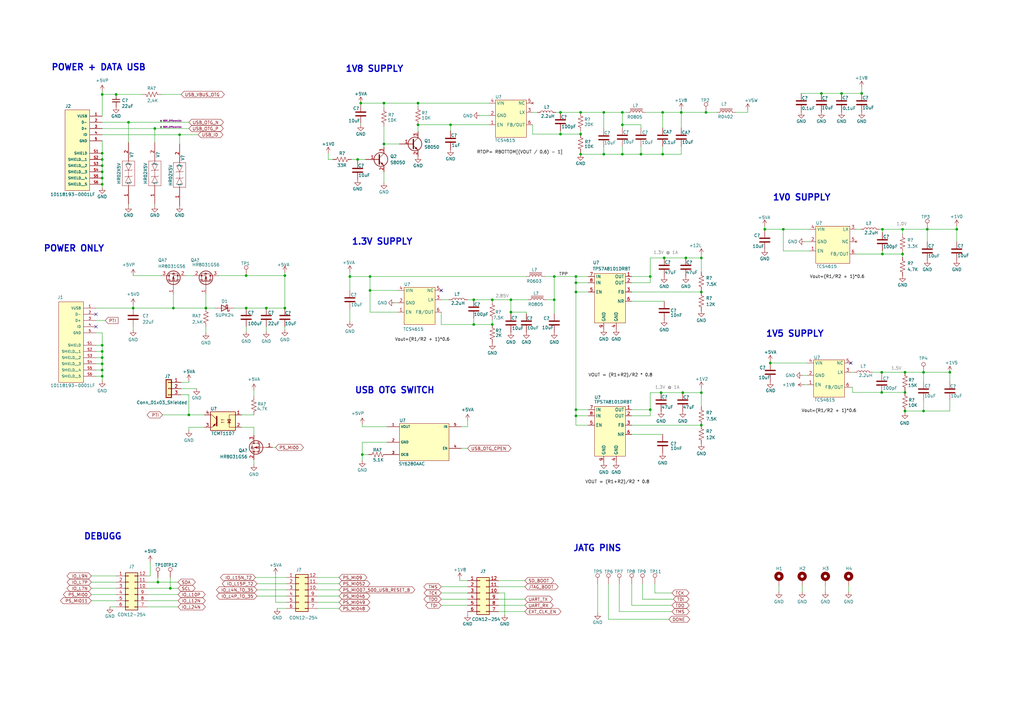
<source format=kicad_sch>
(kicad_sch (version 20230121) (generator eeschema)
  (paper "A3")
  (junction (at 171.45 51.181))
  (junction (at 171.45 42.291))
  (junction (at 41.91 70.485))
  (junction (at 201.93 122.936))
  (junction (at 279.4 46.101))
  (junction (at 378.7902 152.7048))
  (junction (at 371.1702 152.7048))
  (junction (at 116.84 113.03))
  (junction (at 287.655 119.761))
  (junction (at 313.6646 94.0308))
  (junction (at 378.7902 168.5798))
  (junction (at 255.27 46.101))
  (junction (at 229.87 54.991))
  (junction (at 41.91 67.945))
  (junction (at 361.9246 104.1908))
  (junction (at 236.22 113.411))
  (junction (at 247.65 46.101))
  (junction (at 41.91 154.305))
  (junction (at 361.9246 94.0308))
  (junction (at 147.955 42.291))
  (junction (at 236.22 119.761))
  (junction (at 370.1796 104.1908))
  (junction (at 201.93 133.096))
  (junction (at 151.765 113.411))
  (junction (at 54.61 126.365))
  (junction (at 47.625 38.735))
  (junction (at 227.33 113.411))
  (junction (at 157.48 59.055))
  (junction (at 77.47 170.18))
  (junction (at 41.91 146.685))
  (junction (at 41.91 75.565))
  (junction (at 315.9252 148.8948))
  (junction (at 238.125 46.101))
  (junction (at 238.125 54.991))
  (junction (at 287.655 105.791))
  (junction (at 361.6452 152.7048))
  (junction (at 287.655 174.371))
  (junction (at 73.66 55.245))
  (junction (at 148.59 186.436))
  (junction (at 272.415 105.791))
  (junction (at 371.1702 160.9598))
  (junction (at 64.77 238.76))
  (junction (at 380.3396 94.0308))
  (junction (at 41.91 65.405))
  (junction (at 69.85 241.3))
  (junction (at 236.22 170.561))
  (junction (at 116.84 126.365))
  (junction (at 209.55 128.016))
  (junction (at 287.655 161.036))
  (junction (at 109.22 126.365))
  (junction (at 52.705 50.165))
  (junction (at 392.4046 94.0308))
  (junction (at 100.965 113.03))
  (junction (at 41.91 151.765))
  (junction (at 238.125 63.246))
  (junction (at 389.5852 152.7048))
  (junction (at 371.1702 168.5798))
  (junction (at 41.91 62.865))
  (junction (at 353.4156 38.3286))
  (junction (at 209.55 122.936))
  (junction (at 321.2846 94.0308))
  (junction (at 41.91 73.025))
  (junction (at 271.145 161.036))
  (junction (at 143.51 113.411))
  (junction (at 280.035 161.036))
  (junction (at 236.22 115.951))
  (junction (at 41.91 38.735))
  (junction (at 281.305 105.791))
  (junction (at 146.685 65.405))
  (junction (at 41.91 149.225))
  (junction (at 194.31 122.936))
  (junction (at 100.965 126.365))
  (junction (at 71.12 126.365))
  (junction (at 271.78 46.101))
  (junction (at 262.89 63.246))
  (junction (at 266.7 113.411))
  (junction (at 236.22 168.021))
  (junction (at 184.785 51.181))
  (junction (at 194.31 133.096))
  (junction (at 370.1796 94.0308))
  (junction (at 41.91 141.605))
  (junction (at 271.78 63.246))
  (junction (at 41.91 144.145))
  (junction (at 255.27 63.246))
  (junction (at 227.33 122.936))
  (junction (at 63.5 52.705))
  (junction (at 157.48 42.291))
  (junction (at 289.56 46.101))
  (junction (at 336.9056 38.3286))
  (junction (at 266.7 168.021))
  (junction (at 345.1606 38.3286))
  (junction (at 255.27 51.181))
  (junction (at 151.765 119.126))
  (junction (at 229.87 46.101))
  (junction (at 247.65 63.246))
  (junction (at 84.455 126.365))
  (junction (at 361.6452 160.9598))
  (no_connect (at 180.975 119.126))
  (no_connect (at 348.9452 148.8948))
  (no_connect (at 39.37 133.985))
  (no_connect (at 39.37 128.905))
  (wire (pts (xy 259.08 174.371) (xy 287.655 174.371)))
  (wire (pts (xy 306.705 45.085) (xy 306.705 46.101)))
  (wire (pts (xy 146.685 65.405) (xy 149.86 65.405)))
  (wire (pts (xy 313.6646 94.0308) (xy 313.6646 94.6658)))
  (wire (pts (xy 151.765 113.411) (xy 151.765 119.126)))
  (wire (pts (xy 39.37 149.225) (xy 41.91 149.225)))
  (wire (pts (xy 41.91 50.165) (xy 52.705 50.165)))
  (wire (pts (xy 247.65 46.101) (xy 255.27 46.101)))
  (wire (pts (xy 158.75 181.356) (xy 148.59 181.356)))
  (wire (pts (xy 229.87 46.101) (xy 238.125 46.101)))
  (wire (pts (xy 39.37 126.365) (xy 54.61 126.365)))
  (wire (pts (xy 60.325 243.84) (xy 73.025 243.84)))
  (wire (pts (xy 249.555 239.395) (xy 249.555 254)))
  (wire (pts (xy 275.59 243.205) (xy 268.605 243.205)))
  (wire (pts (xy 361.9246 94.0308) (xy 370.1796 94.0308)))
  (wire (pts (xy 271.78 46.101) (xy 271.78 52.451)))
  (wire (pts (xy 319.4812 242.7224) (xy 319.4812 240.1824)))
  (wire (pts (xy 236.22 174.371) (xy 241.3 174.371)))
  (wire (pts (xy 264.795 46.101) (xy 271.78 46.101)))
  (wire (pts (xy 245.11 239.395) (xy 245.11 251.46)))
  (wire (pts (xy 236.22 113.411) (xy 236.22 115.951)))
  (wire (pts (xy 100.965 135.89) (xy 100.965 133.985)))
  (wire (pts (xy 236.22 170.561) (xy 236.22 174.371)))
  (wire (pts (xy 209.55 122.936) (xy 216.535 122.936)))
  (wire (pts (xy 171.45 51.181) (xy 184.785 51.181)))
  (wire (pts (xy 84.455 126.365) (xy 84.455 120.65)))
  (wire (pts (xy 45.085 248.92) (xy 47.625 248.92)))
  (wire (pts (xy 189.23 183.896) (xy 191.77 183.896)))
  (wire (pts (xy 370.1796 104.1908) (xy 370.1796 105.4608)))
  (wire (pts (xy 209.55 128.651) (xy 209.55 128.016)))
  (wire (pts (xy 345.1606 38.3286) (xy 353.4156 38.3286)))
  (wire (pts (xy 259.08 123.571) (xy 272.415 123.571)))
  (wire (pts (xy 61.595 230.505) (xy 61.595 236.22)))
  (wire (pts (xy 99.06 175.26) (xy 104.14 175.26)))
  (wire (pts (xy 276.225 245.745) (xy 263.525 245.745)))
  (wire (pts (xy 279.4 46.101) (xy 279.4 52.451)))
  (wire (pts (xy 255.27 46.101) (xy 255.27 51.181)))
  (wire (pts (xy 223.52 113.411) (xy 227.33 113.411)))
  (wire (pts (xy 351.1296 104.1908) (xy 361.9246 104.1908)))
  (wire (pts (xy 238.125 46.101) (xy 247.65 46.101)))
  (wire (pts (xy 262.89 63.246) (xy 255.27 63.246)))
  (wire (pts (xy 315.9252 148.2598) (xy 315.9252 148.8948)))
  (wire (pts (xy 157.48 42.291) (xy 171.45 42.291)))
  (wire (pts (xy 247.65 63.246) (xy 255.27 63.246)))
  (wire (pts (xy 180.975 122.936) (xy 184.15 122.936)))
  (wire (pts (xy 130.175 249.555) (xy 139.065 249.555)))
  (wire (pts (xy 180.975 248.285) (xy 191.77 248.285)))
  (wire (pts (xy 371.1702 168.5798) (xy 378.7902 168.5798)))
  (wire (pts (xy 360.6546 94.0308) (xy 361.9246 94.0308)))
  (wire (pts (xy 143.51 113.411) (xy 143.51 119.126)))
  (wire (pts (xy 180.975 240.665) (xy 191.77 240.665)))
  (wire (pts (xy 180.975 133.096) (xy 180.975 128.016)))
  (wire (pts (xy 180.975 245.745) (xy 191.77 245.745)))
  (wire (pts (xy 84.455 136.525) (xy 84.455 133.985)))
  (wire (pts (xy 63.5 84.455) (xy 63.5 83.82)))
  (wire (pts (xy 370.1796 94.0308) (xy 370.1796 95.9358)))
  (wire (pts (xy 39.37 131.445) (xy 43.18 131.445)))
  (wire (pts (xy 144.145 65.405) (xy 146.685 65.405)))
  (wire (pts (xy 271.145 161.036) (xy 280.035 161.036)))
  (wire (pts (xy 255.27 51.181) (xy 255.27 52.451)))
  (wire (pts (xy 52.705 84.455) (xy 52.705 83.82)))
  (wire (pts (xy 157.48 70.485) (xy 157.48 74.93)))
  (wire (pts (xy 104.775 236.855) (xy 117.475 236.855)))
  (wire (pts (xy 289.56 46.101) (xy 294.005 46.101)))
  (wire (pts (xy 371.1702 160.9598) (xy 371.1702 160.3248)))
  (wire (pts (xy 236.22 115.951) (xy 241.3 115.951)))
  (wire (pts (xy 361.6452 152.7048) (xy 371.1702 152.7048)))
  (wire (pts (xy 113.03 235.585) (xy 113.03 247.015)))
  (wire (pts (xy 287.655 111.506) (xy 287.655 105.791)))
  (wire (pts (xy 229.87 54.991) (xy 229.87 53.721)))
  (wire (pts (xy 353.4156 38.3286) (xy 353.4156 35.7886)))
  (wire (pts (xy 380.3396 94.0308) (xy 392.4046 94.0308)))
  (wire (pts (xy 238.125 63.246) (xy 238.125 62.611)))
  (wire (pts (xy 351.1296 94.0308) (xy 353.0346 94.0308)))
  (wire (pts (xy 77.47 175.26) (xy 83.82 175.26)))
  (wire (pts (xy 272.415 105.791) (xy 281.305 105.791)))
  (wire (pts (xy 259.08 119.761) (xy 287.655 119.761)))
  (wire (pts (xy 104.14 160.02) (xy 104.14 162.56)))
  (wire (pts (xy 349.6449 158.8008) (xy 349.6449 160.9598)))
  (wire (pts (xy 236.22 170.561) (xy 241.3 170.561)))
  (wire (pts (xy 148.59 188.976) (xy 148.59 186.436)))
  (wire (pts (xy 84.455 126.365) (xy 88.265 126.365)))
  (wire (pts (xy 157.48 59.055) (xy 163.83 59.055)))
  (wire (pts (xy 218.44 46.101) (xy 220.345 46.101)))
  (wire (pts (xy 104.14 170.18) (xy 99.06 170.18)))
  (wire (pts (xy 201.93 122.936) (xy 209.55 122.936)))
  (wire (pts (xy 171.45 42.291) (xy 200.66 42.291)))
  (wire (pts (xy 218.44 54.991) (xy 218.44 51.181)))
  (wire (pts (xy 180.975 243.205) (xy 191.77 243.205)))
  (wire (pts (xy 255.27 51.181) (xy 262.89 51.181)))
  (wire (pts (xy 171.45 51.181) (xy 171.45 53.975)))
  (wire (pts (xy 89.535 113.03) (xy 100.965 113.03)))
  (wire (pts (xy 39.37 144.145) (xy 41.91 144.145)))
  (wire (pts (xy 236.22 119.761) (xy 241.3 119.761)))
  (wire (pts (xy 41.91 151.765) (xy 41.91 154.305)))
  (wire (pts (xy 361.6452 152.7048) (xy 361.6452 153.3398)))
  (wire (pts (xy 370.1796 104.1908) (xy 361.9246 104.1908)))
  (wire (pts (xy 389.5852 164.1348) (xy 389.5852 168.5798)))
  (wire (pts (xy 151.765 128.016) (xy 163.195 128.016)))
  (wire (pts (xy 184.785 51.181) (xy 184.785 53.721)))
  (wire (pts (xy 47.625 38.735) (xy 58.42 38.735)))
  (wire (pts (xy 41.91 149.225) (xy 41.91 151.765)))
  (wire (pts (xy 147.955 42.291) (xy 147.955 42.926)))
  (wire (pts (xy 194.31 122.936) (xy 201.93 122.936)))
  (wire (pts (xy 204.47 250.825) (xy 215.265 250.825)))
  (wire (pts (xy 338.5312 242.7224) (xy 338.5312 240.1824)))
  (wire (pts (xy 134.62 65.405) (xy 134.62 62.865)))
  (wire (pts (xy 104.14 190.5) (xy 104.14 188.595)))
  (wire (pts (xy 238.125 63.246) (xy 247.65 63.246)))
  (wire (pts (xy 254 239.395) (xy 254 250.825)))
  (wire (pts (xy 116.84 113.03) (xy 116.84 126.365)))
  (wire (pts (xy 201.93 122.936) (xy 201.93 123.571)))
  (wire (pts (xy 41.91 67.945) (xy 41.91 70.485)))
  (wire (pts (xy 64.77 236.855) (xy 64.77 238.76)))
  (wire (pts (xy 41.91 37.465) (xy 41.91 38.735)))
  (wire (pts (xy 41.91 76.835) (xy 41.91 75.565)))
  (wire (pts (xy 41.91 55.245) (xy 73.66 55.245)))
  (wire (pts (xy 71.12 126.365) (xy 71.12 120.65)))
  (wire (pts (xy 328.6506 38.3286) (xy 336.9056 38.3286)))
  (wire (pts (xy 69.85 241.3) (xy 73.025 241.3)))
  (wire (pts (xy 392.4046 94.0308) (xy 392.4046 99.1108)))
  (wire (pts (xy 41.91 146.685) (xy 41.91 149.225)))
  (wire (pts (xy 227.33 113.411) (xy 236.22 113.411)))
  (wire (pts (xy 77.47 156.21) (xy 77.47 156.845)))
  (wire (pts (xy 224.155 122.936) (xy 227.33 122.936)))
  (wire (pts (xy 39.37 154.305) (xy 41.91 154.305)))
  (wire (pts (xy 39.37 141.605) (xy 41.91 141.605)))
  (wire (pts (xy 238.125 53.721) (xy 238.125 54.991)))
  (wire (pts (xy 227.965 46.101) (xy 229.87 46.101)))
  (wire (pts (xy 105.41 239.395) (xy 117.475 239.395)))
  (wire (pts (xy 389.5852 152.7048) (xy 389.5852 156.5148)))
  (wire (pts (xy 262.89 60.071) (xy 262.89 63.246)))
  (wire (pts (xy 151.765 113.411) (xy 215.9 113.411)))
  (wire (pts (xy 287.655 119.126) (xy 287.655 119.761)))
  (wire (pts (xy 39.37 151.765) (xy 41.91 151.765)))
  (wire (pts (xy 105.41 241.935) (xy 117.475 241.935)))
  (wire (pts (xy 39.37 146.685) (xy 41.91 146.685)))
  (wire (pts (xy 313.6646 92.7608) (xy 313.6646 94.0308)))
  (wire (pts (xy 130.175 239.395) (xy 139.065 239.395)))
  (wire (pts (xy 249.555 254) (xy 274.32 254)))
  (wire (pts (xy 73.66 55.245) (xy 73.66 59.055)))
  (wire (pts (xy 60.325 248.92) (xy 73.025 248.92)))
  (wire (pts (xy 266.7 161.036) (xy 271.145 161.036)))
  (wire (pts (xy 52.705 50.165) (xy 52.705 58.42)))
  (wire (pts (xy 41.91 47.625) (xy 41.91 38.735)))
  (wire (pts (xy 148.59 186.436) (xy 151.13 186.436)))
  (wire (pts (xy 113.03 183.515) (xy 111.76 183.515)))
  (wire (pts (xy 259.08 113.411) (xy 266.7 113.411)))
  (wire (pts (xy 180.975 133.096) (xy 194.31 133.096)))
  (wire (pts (xy 287.655 161.036) (xy 280.035 161.036)))
  (wire (pts (xy 60.325 238.76) (xy 64.77 238.76)))
  (wire (pts (xy 41.91 144.145) (xy 41.91 146.685)))
  (wire (pts (xy 77.47 156.845) (xy 74.295 156.845)))
  (wire (pts (xy 39.37 136.525) (xy 41.91 136.525)))
  (wire (pts (xy 315.9252 148.8948) (xy 331.1652 148.8948)))
  (wire (pts (xy 287.655 161.036) (xy 287.655 166.751)))
  (wire (pts (xy 392.4046 92.7608) (xy 392.4046 94.0308)))
  (wire (pts (xy 37.465 241.3) (xy 47.625 241.3)))
  (wire (pts (xy 370.1796 94.0308) (xy 380.3396 94.0308)))
  (wire (pts (xy 255.27 46.101) (xy 257.175 46.101)))
  (wire (pts (xy 83.82 170.18) (xy 77.47 170.18)))
  (wire (pts (xy 279.4 44.831) (xy 279.4 46.101)))
  (wire (pts (xy 287.655 104.521) (xy 287.655 105.791)))
  (wire (pts (xy 100.965 126.365) (xy 109.22 126.365)))
  (wire (pts (xy 77.47 170.18) (xy 66.675 170.18)))
  (wire (pts (xy 361.9246 94.0308) (xy 361.9246 95.3008)))
  (wire (pts (xy 247.65 46.101) (xy 247.65 52.705)))
  (wire (pts (xy 209.55 122.936) (xy 209.55 128.016)))
  (wire (pts (xy 266.7 115.951) (xy 266.7 113.411)))
  (wire (pts (xy 209.55 128.016) (xy 215.9 128.016)))
  (wire (pts (xy 201.93 131.191) (xy 201.93 133.096)))
  (wire (pts (xy 116.84 113.03) (xy 100.965 113.03)))
  (wire (pts (xy 266.7 113.411) (xy 266.7 105.791)))
  (wire (pts (xy 204.47 245.745) (xy 215.265 245.745)))
  (wire (pts (xy 189.23 175.006) (xy 191.77 175.006)))
  (wire (pts (xy 95.885 126.365) (xy 100.965 126.365)))
  (wire (pts (xy 41.91 70.485) (xy 41.91 73.025)))
  (wire (pts (xy 41.91 154.305) (xy 41.91 156.21)))
  (wire (pts (xy 37.465 236.22) (xy 47.625 236.22)))
  (wire (pts (xy 37.465 238.76) (xy 47.625 238.76)))
  (wire (pts (xy 157.48 51.816) (xy 157.48 59.055)))
  (wire (pts (xy 266.7 161.036) (xy 266.7 168.021)))
  (wire (pts (xy 380.3396 94.0308) (xy 380.3396 99.1108)))
  (wire (pts (xy 71.12 126.365) (xy 84.455 126.365)))
  (wire (pts (xy 275.59 250.825) (xy 254 250.825)))
  (wire (pts (xy 329.2602 153.9748) (xy 331.1652 153.9748)))
  (wire (pts (xy 143.51 111.506) (xy 143.51 113.411)))
  (wire (pts (xy 63.5 52.705) (xy 63.5 58.42)))
  (wire (pts (xy 188.595 238.125) (xy 191.77 238.125)))
  (wire (pts (xy 196.85 47.371) (xy 200.66 47.371)))
  (wire (pts (xy 113.03 247.015) (xy 117.475 247.015)))
  (wire (pts (xy 37.465 246.38) (xy 47.625 246.38)))
  (wire (pts (xy 361.9246 102.9208) (xy 361.9246 104.1908)))
  (wire (pts (xy 378.7902 152.7048) (xy 389.5852 152.7048)))
  (wire (pts (xy 287.655 159.131) (xy 287.655 161.036)))
  (wire (pts (xy 321.2846 94.0308) (xy 321.2846 102.9208)))
  (wire (pts (xy 54.61 126.365) (xy 71.12 126.365)))
  (wire (pts (xy 259.08 168.021) (xy 266.7 168.021)))
  (wire (pts (xy 313.6646 94.0308) (xy 321.2846 94.0308)))
  (wire (pts (xy 148.59 181.356) (xy 148.59 186.436)))
  (wire (pts (xy 151.765 119.126) (xy 163.195 119.126)))
  (wire (pts (xy 191.77 252.095) (xy 191.77 250.825)))
  (wire (pts (xy 61.595 236.22) (xy 60.325 236.22)))
  (wire (pts (xy 148.59 175.006) (xy 148.59 173.99)))
  (wire (pts (xy 236.22 115.951) (xy 236.22 119.761)))
  (wire (pts (xy 105.41 244.475) (xy 117.475 244.475)))
  (wire (pts (xy 77.47 161.925) (xy 77.47 170.18)))
  (wire (pts (xy 194.31 130.556) (xy 194.31 133.096)))
  (wire (pts (xy 151.765 119.126) (xy 151.765 128.016)))
  (wire (pts (xy 171.45 42.291) (xy 171.45 43.561)))
  (wire (pts (xy 287.655 105.791) (xy 281.305 105.791)))
  (wire (pts (xy 236.22 168.021) (xy 236.22 170.561)))
  (wire (pts (xy 113.665 249.555) (xy 117.475 249.555)))
  (wire (pts (xy 259.08 170.561) (xy 266.7 170.561)))
  (wire (pts (xy 378.7902 152.7048) (xy 378.7902 156.5148)))
  (wire (pts (xy 259.08 239.395) (xy 259.08 248.285)))
  (wire (pts (xy 74.295 38.735) (xy 66.04 38.735)))
  (wire (pts (xy 236.22 119.761) (xy 236.22 168.021)))
  (wire (pts (xy 321.2846 94.0308) (xy 332.0796 94.0308)))
  (wire (pts (xy 41.91 57.785) (xy 41.91 62.865)))
  (wire (pts (xy 54.61 113.03) (xy 66.04 113.03)))
  (wire (pts (xy 184.785 51.181) (xy 200.66 51.181)))
  (wire (pts (xy 64.77 238.76) (xy 73.025 238.76)))
  (wire (pts (xy 321.2846 102.9208) (xy 332.0796 102.9208)))
  (wire (pts (xy 69.85 236.855) (xy 69.85 241.3)))
  (wire (pts (xy 41.91 62.865) (xy 41.91 65.405)))
  (wire (pts (xy 207.01 252.095) (xy 207.01 243.205)))
  (wire (pts (xy 63.5 52.705) (xy 77.47 52.705)))
  (wire (pts (xy 73.66 55.245) (xy 81.28 55.245)))
  (wire (pts (xy 104.14 175.26) (xy 104.14 178.435)))
  (wire (pts (xy 130.175 236.855) (xy 139.065 236.855)))
  (wire (pts (xy 76.2 113.03) (xy 79.375 113.03)))
  (wire (pts (xy 227.33 128.651) (xy 227.33 122.936)))
  (wire (pts (xy 266.7 105.791) (xy 272.415 105.791)))
  (wire (pts (xy 271.78 60.071) (xy 271.78 63.246)))
  (wire (pts (xy 41.91 136.525) (xy 41.91 141.605)))
  (wire (pts (xy 349.6449 160.9598) (xy 361.6452 160.9598)))
  (wire (pts (xy 41.91 52.705) (xy 63.5 52.705)))
  (wire (pts (xy 54.61 125.095) (xy 54.61 126.365)))
  (wire (pts (xy 77.47 161.925) (xy 74.295 161.925)))
  (wire (pts (xy 348.0562 242.7224) (xy 348.0562 240.1824)))
  (wire (pts (xy 77.47 176.53) (xy 77.47 175.26)))
  (wire (pts (xy 60.325 246.38) (xy 73.025 246.38)))
  (wire (pts (xy 357.8352 152.7048) (xy 361.6452 152.7048)))
  (wire (pts (xy 247.65 60.325) (xy 247.65 63.246)))
  (wire (pts (xy 329.8952 157.7848) (xy 331.1652 157.7848)))
  (wire (pts (xy 266.7 168.021) (xy 266.7 170.561)))
  (wire (pts (xy 191.77 122.936) (xy 194.31 122.936)))
  (wire (pts (xy 371.1702 168.5798) (xy 371.1702 169.2148)))
  (wire (pts (xy 306.705 46.101) (xy 301.625 46.101)))
  (wire (pts (xy 361.6452 160.9598) (xy 371.1702 160.9598)))
  (wire (pts (xy 204.47 240.665) (xy 215.265 240.665)))
  (wire (pts (xy 41.91 73.025) (xy 41.91 75.565)))
  (wire (pts (xy 332.0796 99.1108) (xy 330.1746 99.1108)))
  (wire (pts (xy 371.1702 152.7048) (xy 378.7902 152.7048)))
  (wire (pts (xy 263.525 245.745) (xy 263.525 239.395)))
  (wire (pts (xy 109.22 135.89) (xy 109.22 133.985)))
  (wire (pts (xy 147.955 42.291) (xy 157.48 42.291)))
  (wire (pts (xy 194.31 133.096) (xy 201.93 133.096)))
  (wire (pts (xy 218.44 54.991) (xy 229.87 54.991)))
  (wire (pts (xy 60.325 241.3) (xy 69.85 241.3)))
  (wire (pts (xy 348.9452 152.7048) (xy 350.2152 152.7048)))
  (wire (pts (xy 41.91 38.735) (xy 47.625 38.735)))
  (wire (pts (xy 147.955 50.546) (xy 147.955 51.181)))
  (wire (pts (xy 336.9056 38.3286) (xy 345.1606 38.3286)))
  (wire (pts (xy 229.87 54.991) (xy 238.125 54.991)))
  (wire (pts (xy 227.33 113.411) (xy 227.33 122.936)))
  (wire (pts (xy 134.62 65.405) (xy 136.525 65.405)))
  (wire (pts (xy 74.295 159.385) (xy 80.645 159.385)))
  (wire (pts (xy 116.84 133.985) (xy 116.84 135.255)))
  (wire (pts (xy 146.685 65.405) (xy 146.685 66.04)))
  (wire (pts (xy 259.08 115.951) (xy 266.7 115.951)))
  (wire (pts (xy 54.61 135.255) (xy 54.61 133.985)))
  (wire (pts (xy 37.465 243.84) (xy 47.625 243.84)))
  (wire (pts (xy 259.08 178.181) (xy 271.78 178.181)))
  (wire (pts (xy 109.22 126.365) (xy 116.84 126.365)))
  (wire (pts (xy 130.175 247.015) (xy 139.065 247.015)))
  (wire (pts (xy 236.22 168.021) (xy 241.3 168.021)))
  (wire (pts (xy 130.175 241.935) (xy 139.065 241.935)))
  (wire (pts (xy 279.4 60.071) (xy 279.4 63.246)))
  (wire (pts (xy 207.01 243.205) (xy 204.47 243.205)))
  (wire (pts (xy 262.89 51.181) (xy 262.89 52.451)))
  (wire (pts (xy 143.51 131.826) (xy 143.51 126.746)))
  (wire (pts (xy 215.9 128.016) (xy 215.9 128.651)))
  (wire (pts (xy 255.27 60.071) (xy 255.27 63.246)))
  (wire (pts (xy 41.91 65.405) (xy 41.91 67.945)))
  (wire (pts (xy 204.47 248.285) (xy 215.265 248.285)))
  (wire (pts (xy 236.22 113.411) (xy 241.3 113.411)))
  (wire (pts (xy 41.91 141.605) (xy 41.91 144.145)))
  (wire (pts (xy 157.48 42.291) (xy 157.48 44.196)))
  (wire (pts (xy 204.47 238.125) (xy 215.265 238.125)))
  (wire (pts (xy 130.175 244.475) (xy 139.065 244.475)))
  (wire (pts (xy 268.605 239.395) (xy 268.605 243.205)))
  (wire (pts (xy 161.925 124.206) (xy 163.195 124.206)))
  (wire (pts (xy 52.705 50.165) (xy 77.47 50.165)))
  (wire (pts (xy 329.0062 242.7224) (xy 329.0062 240.1824)))
  (wire (pts (xy 370.1796 103.5558) (xy 370.1796 104.1908)))
  (wire (pts (xy 348.9452 158.8008) (xy 349.6449 158.8008)))
  (wire (pts (xy 158.75 175.006) (xy 148.59 175.006)))
  (wire (pts (xy 275.59 248.285) (xy 259.08 248.285)))
  (wire (pts (xy 143.51 113.411) (xy 151.765 113.411)))
  (wire (pts (xy 262.89 63.246) (xy 271.78 63.246)))
  (wire (pts (xy 191.77 172.466) (xy 191.77 175.006)))
  (wire (pts (xy 188.595 237.49) (xy 188.595 238.125)))
  (wire (pts (xy 378.7902 164.1348) (xy 378.7902 168.5798)))
  (wire (pts (xy 116.84 111.76) (xy 116.84 113.03)))
  (wire (pts (xy 389.5852 168.5798) (xy 378.7902 168.5798)))
  (wire (pts (xy 271.78 46.101) (xy 279.4 46.101)))
  (wire (pts (xy 279.4 46.101) (xy 289.56 46.101)))
  (wire (pts (xy 279.4 63.246) (xy 271.78 63.246)))
  (wire (pts (xy 157.48 59.055) (xy 157.48 60.325)))
  (text "1.3V @ 1A\n" (at 268.605 159.766 0) (effects (font (size 1.27 1.27)) (justify left bottom)))
  (text "POWER + DATA USB" (at 20.955 29.21 0) (effects (font (size 2.54 2.54) bold) (justify left bottom)))
  (text "RTOP= RBOTTOM[(VOUT / 0.6) - 1]" (at 195.58 63.246 0) (effects (font (size 1.27 1.27)) (justify left bottom)))
  (text "POWER ONLY" (at 17.78 103.505 0) (effects (font (size 2.54 2.54) bold) (justify left bottom)))
  (text "1V0 SUPPLY" (at 316.8396 82.6008 0) (effects (font (size 2.54 2.54) (thickness 0.508) bold) (justify left bottom)))
  (text "DEBUGG\n" (at 34.29 221.615 0) (effects (font (size 2.54 2.54) (thickness 0.508) bold) (justify left bottom)))
  (text "1.0V\n" (at 367.6396 92.7608 0) (effects (font (size 1.27 1.27)) (justify left bottom)))
  (text "1.3V @ 1A\n" (at 267.97 104.521 0) (effects (font (size 1.27 1.27)) (justify left bottom)))
  (text "JATG PINS\n " (at 234.95 230.505 0) (effects (font (size 2.54 2.54) (thickness 0.508) bold) (justify left bottom)))
  (text "Vout=(R1/R2 + 1)*0.6\n" (at 332.0796 114.3508 0) (effects (font (size 1.27 1.27)) (justify left bottom)))
  (text "2.85V\n" (at 203.2 122.301 0) (effects (font (size 1.27 1.27)) (justify left bottom)))
  (text "1V8 SUPPLY" (at 141.605 29.845 0) (effects (font (size 2.54 2.54) (thickness 0.508) bold) (justify left bottom)))
  (text "1.3V SUPPLY" (at 144.145 100.711 0) (effects (font (size 2.54 2.54) (thickness 0.508) bold) (justify left bottom)))
  (text "VOUT = (R1+R2)/R2 * 0.8\n" (at 241.3 154.686 0) (effects (font (size 1.27 1.27)) (justify left bottom)))
  (text "Vout=(R1/R2 + 1)*0.6\n" (at 161.925 140.081 0) (effects (font (size 1.27 1.27)) (justify left bottom)))
  (text "Vout=(R1/R2 + 1)*0.6\n" (at 328.7129 169.328 0) (effects (font (size 1.27 1.27)) (justify left bottom)))
  (text "USB OTG SWITCH" (at 145.415 161.671 0) (effects (font (size 2.54 2.54) (thickness 0.508) bold) (justify left bottom)))
  (text "1V5 SUPPLY" (at 314.0202 138.4808 0) (effects (font (size 2.54 2.54) (thickness 0.508) bold) (justify left bottom)))
  (text "VOUT = (R1+R2)/R2 * 0.8\n" (at 240.03 198.501 0) (effects (font (size 1.27 1.27)) (justify left bottom)))
  (text "1.5V\n" (at 365.4986 151.9413 0) (effects (font (size 1.27 1.27)) (justify left bottom)))
  (label "TPP" (at 229.235 113.411 0))
  (global_label "PS_MI00" (shape bidirectional) (at 37.465 243.84 180) (property "Intersheetrefs" "${INTERSHEET_REFS}" (effects hide)))
  (global_label "TDO" (shape bidirectional) (at 180.975 245.745 180) (property "Intersheetrefs" "${INTERSHEET_REFS}" (effects hide)))
  (global_label "TDI" (shape bidirectional) (at 276.225 245.745 0) (property "Intersheetrefs" "${INTERSHEET_REFS}" (effects hide)))
  (global_label "USB_OTG_CPEN" (shape bidirectional) (at 191.77 183.896 0) (property "Intersheetrefs" "${INTERSHEET_REFS}" (effects hide)))
  (global_label "PS_MI049" (shape bidirectional) (at 139.065 247.015 0) (property "Intersheetrefs" "${INTERSHEET_REFS}" (effects hide)))
  (global_label "USB_VBUS_OTG" (shape bidirectional) (at 74.295 38.735 0) (property "Intersheetrefs" "${INTERSHEET_REFS}" (effects hide)))
  (global_label "IO_L7P" (shape bidirectional) (at 37.465 238.76 180) (property "Intersheetrefs" "${INTERSHEET_REFS}" (effects hide)))
  (global_label "SDA" (shape bidirectional) (at 73.025 238.76 0) (property "Intersheetrefs" "${INTERSHEET_REFS}" (effects hide)))
  (global_label "TMS" (shape bidirectional) (at 275.59 250.825 0) (property "Intersheetrefs" "${INTERSHEET_REFS}" (effects hide)))
  (global_label "IO_L4N_TO_35" (shape bidirectional) (at 105.41 241.935 180) (property "Intersheetrefs" "${INTERSHEET_REFS}" (effects hide)))
  (global_label "IO_L12N" (shape bidirectional) (at 73.025 246.38 0) (property "Intersheetrefs" "${INTERSHEET_REFS}" (effects hide)))
  (global_label "IO_L10P" (shape bidirectional) (at 73.025 243.84 0) (property "Intersheetrefs" "${INTERSHEET_REFS}" (effects hide)))
  (global_label "PS_MIO07_500_USB_RESET_B" (shape bidirectional) (at 139.065 241.935 0) (property "Intersheetrefs" "${INTERSHEET_REFS}" (effects hide)))
  (global_label "DONE" (shape bidirectional) (at 274.32 254 0) (property "Intersheetrefs" "${INTERSHEET_REFS}" (effects hide)))
  (global_label "PS_MI011" (shape bidirectional) (at 37.465 246.38 180) (property "Intersheetrefs" "${INTERSHEET_REFS}" (effects hide)))
  (global_label "USB_OTG_P" (shape bidirectional) (at 77.47 52.705 0) (property "Intersheetrefs" "${INTERSHEET_REFS}" (effects hide)))
  (global_label "USB_OTG_N" (shape bidirectional) (at 77.47 50.165 0) (property "Intersheetrefs" "${INTERSHEET_REFS}" (effects hide)))
  (global_label "IO_L4P_TO_35" (shape bidirectional) (at 105.41 244.475 180) (property "Intersheetrefs" "${INTERSHEET_REFS}" (effects hide)))
  (global_label "PTI" (shape bidirectional) (at 66.675 170.18 180) (property "Intersheetrefs" "${INTERSHEET_REFS}" (effects hide)))
  (global_label "IO_L9N" (shape bidirectional) (at 37.465 236.22 180) (property "Intersheetrefs" "${INTERSHEET_REFS}" (effects hide)))
  (global_label "EXT_CLK_EN" (shape bidirectional) (at 215.265 250.825 0) (property "Intersheetrefs" "${INTERSHEET_REFS}" (effects hide)))
  (global_label "UART_TX" (shape bidirectional) (at 215.265 245.745 0) (property "Intersheetrefs" "${INTERSHEET_REFS}" (effects hide)))
  (global_label "PS_MI048" (shape bidirectional) (at 139.065 249.555 0) (property "Intersheetrefs" "${INTERSHEET_REFS}" (effects hide)))
  (global_label "IO_L15P_T2" (shape bidirectional) (at 105.41 239.395 180) (property "Intersheetrefs" "${INTERSHEET_REFS}" (effects hide)))
  (global_label "PS_MI00" (shape bidirectional) (at 113.03 183.515 0) (property "Intersheetrefs" "${INTERSHEET_REFS}" (effects hide)))
  (global_label "TDI" (shape bidirectional) (at 180.975 248.285 180) (property "Intersheetrefs" "${INTERSHEET_REFS}" (effects hide)))
  (global_label "USB_ID" (shape bidirectional) (at 81.28 55.245 0) (property "Intersheetrefs" "${INTERSHEET_REFS}" (effects hide)))
  (global_label "SCL" (shape bidirectional) (at 73.025 241.3 0) (property "Intersheetrefs" "${INTERSHEET_REFS}" (effects hide)))
  (global_label "PTI" (shape input) (at 43.18 131.445 0) (property "Intersheetrefs" "${INTERSHEET_REFS}" (effects hide)))
  (global_label "TMS" (shape bidirectional) (at 180.975 240.665 180) (property "Intersheetrefs" "${INTERSHEET_REFS}" (effects hide)))
  (global_label "JTAG_BOOT" (shape bidirectional) (at 215.265 240.665 0) (property "Intersheetrefs" "${INTERSHEET_REFS}" (effects hide)))
  (global_label "IO_L24N" (shape bidirectional) (at 73.025 248.92 0) (property "Intersheetrefs" "${INTERSHEET_REFS}" (effects hide)))
  (global_label "UART_RX" (shape bidirectional) (at 215.265 248.285 0) (property "Intersheetrefs" "${INTERSHEET_REFS}" (effects hide)))
  (global_label "SD_BOOT" (shape bidirectional) (at 215.265 238.125 0) (property "Intersheetrefs" "${INTERSHEET_REFS}" (effects hide)))
  (global_label "TCK" (shape bidirectional) (at 180.975 243.205 180) (property "Intersheetrefs" "${INTERSHEET_REFS}" (effects hide)))
  (global_label "PS_MI09" (shape bidirectional) (at 139.065 236.855 0) (property "Intersheetrefs" "${INTERSHEET_REFS}" (effects hide)))
  (global_label "TDO" (shape bidirectional) (at 275.59 248.285 0) (property "Intersheetrefs" "${INTERSHEET_REFS}" (effects hide)))
  (global_label "IO_L15N_T2" (shape bidirectional) (at 104.775 236.855 180) (property "Intersheetrefs" "${INTERSHEET_REFS}" (effects hide)))
  (global_label "PS_MI052" (shape bidirectional) (at 139.065 239.395 0) (property "Intersheetrefs" "${INTERSHEET_REFS}" (effects hide)))
  (global_label "PS_MI046" (shape bidirectional) (at 139.065 244.475 0) (property "Intersheetrefs" "${INTERSHEET_REFS}" (effects hide)))
  (global_label "TCK" (shape bidirectional) (at 275.59 243.205 0) (property "Intersheetrefs" "${INTERSHEET_REFS}" (effects hide)))
  (global_label "IO_L7N" (shape bidirectional) (at 37.465 241.3 180) (property "Intersheetrefs" "${INTERSHEET_REFS}" (effects hide)))
  (netclass_flag "" (length 0.635) (shape dot) (at 66.04 52.705 0) (property "Netclass" "90R_Differential" (at 66.7385 52.07 0) (effects (font (size 0.635 0.635) italic) (justify left))))
  (netclass_flag "" (length 0.635) (shape dot) (at 66.04 50.165 0) (property "Netclass" "90R_Differential" (at 66.7385 49.53 0) (effects (font (size 0.635 0.635) italic) (justify left))))
  (symbol (lib_id "Device:C") (at 353.4156 42.1386 0) (unit 1)
    (property "Reference" "C?" (at 353.6696 40.1066 0) (effects (justify left)))
    (property "Value" "10uF" (at 353.6696 44.1706 0) (effects (justify left)))
    (property "Footprint" "Capacitor_SMD:C_0603_1608Metric_Pad1.08x0.95mm_HandSolder" (effects hide))
    (instances (project "[rishivg] PLUTOX_SDR-V1.0" (path "" (reference "C?") (unit 1)) (path "" (reference "C25") (unit 1))))
  )
  (symbol (lib_id "Device:C") (at 389.5852 160.3248 0) (unit 1)
    (property "Reference" "C?" (at 389.5852 158.4198 0) (effects (justify left)))
    (property "Value" "10uF" (at 389.8392 162.3568 0) (effects (justify left)))
    (property "Footprint" "Capacitor_SMD:C_0603_1608Metric_Pad1.08x0.95mm_HandSolder" (effects hide))
    (instances (project "[rishivg] PLUTOX_SDR-V1.0" (path "" (reference "C?") (unit 1)) (path "" (reference "C34") (unit 1))))
  )
  (symbol (lib_name "GND_1") (lib_id "power:GND") (at 271.145 168.656 0) (unit 1)
    (property "Reference" "#PWR?" (effects hide))
    (property "Value" "GND" (at 271.145 172.72 0))
    (instances (project "[rishivg] PLUTOX_SDR-V1.0" (path "" (reference "#PWR?") (unit 1)) (path "" (reference "#PWR047") (unit 1))))
  )
  (symbol (lib_name "GND_1") (lib_id "power:GND") (at 371.1702 169.2148 0) (unit 1)
    (property "Reference" "#PWR?" (effects hide))
    (property "Value" "GND" (at 371.0432 173.5328 0))
    (instances (project "[rishivg] PLUTOX_SDR-V1.0" (path "" (reference "#PWR?") (unit 1)) (path "" (reference "#PWR073") (unit 1))))
  )
  (symbol (lib_id "10118193-0001LF:10118193-0001LF") (at 29.21 133.985 0) (mirror y) (unit 1)
    (property "Reference" "J1" (at 24.765 121.92 0))
    (property "Value" "10118193-0001LF" (at 29.845 158.115 0))
    (property "Footprint" "Libraries:AMPHENOL_10118193-0001LF" (effects hide))
    (property "PARTREV" "E" (effects hide))
    (property "MANUFACTURER" "Amphenol FCI" (effects hide))
    (property "MAXIMUM_PACKAGE_HEIGHT" "2.55 mm" (effects hide))
    (property "STANDARD" "Manufacturer Recommendations" (effects hide))
  )
  (symbol (lib_id "Device:R_US") (at 370.1796 109.2708 0) (unit 1)
    (property "Reference" "R?" (at 372.0846 108.0008 0) (effects (justify left)))
    (property "Value" "4.7K" (at 372.0846 110.5408 0) (effects (justify left)))
    (property "Footprint" "Resistor_SMD:R_0402_1005Metric_Pad0.72x0.64mm_HandSolder" (effects hide))
    (instances (project "[rishivg] PLUTOX_SDR-V1.0" (path "" (reference "R?") (unit 1)) (path "" (reference "R13") (unit 1))))
  )
  (symbol (lib_id "Connector_Generic:Conn_02x06_Counter_Clockwise") (at 196.85 243.205 0) (unit 1)
    (property "Reference" "J?" (at 198.12 234.315 0))
    (property "Value" "CON12-254" (at 199.39 254 0))
    (property "Footprint" "Connector_PinHeader_2.54mm:PinHeader_2x06_P2.54mm_Vertical" (effects hide))
    (instances (project "[rishivg] PLUTOX_SDR-V1.0" (path "" (reference "J?") (unit 1)) (path "" (reference "J5") (unit 1))))
  )
  (symbol (lib_id "Device:L_Iron") (at 219.71 113.411 90) (unit 1)
    (property "Reference" "L?" (at 219.202 110.617 90))
    (property "Value" "R0603" (at 219.075 115.316 90))
    (property "Footprint" "Inductor_SMD:L_0603_1608Metric_Pad1.05x0.95mm_HandSolder" (effects hide))
    (instances (project "[rishivg] PLUTOX_SDR-V1.0" (path "" (reference "L?") (unit 1)) (path "" (reference "L2") (unit 1))))
  )
  (symbol (lib_name "GND_1") (lib_id "power:GND") (at 157.48 74.93 0) (unit 1)
    (property "Reference" "#PWR?" (effects hide))
    (property "Value" "GND" (at 157.48 78.74 0))
    (instances (project "[rishivg] PLUTOX_SDR-V1.0" (path "" (reference "#PWR?") (unit 1)) (path "" (reference "#PWR029") (unit 1))))
  )
  (symbol (lib_id "Device:L_Iron") (at 220.345 122.936 90) (unit 1)
    (property "Reference" "L?" (at 219.837 120.269 90))
    (property "Value" "R0805" (at 219.71 124.841 90))
    (property "Footprint" "Inductor_SMD:L_0805_2012Metric_Pad1.05x1.20mm_HandSolder" (effects hide))
    (instances (project "[rishivg] PLUTOX_SDR-V1.0" (path "" (reference "L?") (unit 1)) (path "" (reference "L3") (unit 1))))
  )
  (symbol (lib_id "power:+5VP") (at 54.61 113.03 0) (unit 1)
    (property "Reference" "#PWR03" (effects hide))
    (property "Value" "VIN_5V_USB_DATA" (at 52.705 108.585 0))
  )
  (symbol (lib_name "SOT23_MOSFET_1") (lib_id "PLUTOX_SDR SCH LIB 2:SOT23_MOSFET") (at 104.14 183.515 90) (mirror x) (unit 1)
    (property "Reference" "QA?" (at 99.695 184.785 90))
    (property "Value" "HR8031GS6" (at 95.885 187.325 90))
    (property "Footprint" "Libraries:HR8031GS6" (effects hide))
    (instances (project "[rishivg] PLUTOX_SDR-V1.0" (path "" (reference "QA?") (unit 1)) (path "" (reference "QA3") (unit 1))))
  )
  (symbol (lib_id "Device:R_US") (at 371.1702 156.5148 0) (unit 1)
    (property "Reference" "R?" (at 372.4993 155.8676 0) (effects (justify left)))
    (property "Value" "15K" (at 372.3914 158.068 0) (effects (justify left)))
    (property "Footprint" "Resistor_SMD:R_0402_1005Metric_Pad0.72x0.64mm_HandSolder" (effects hide))
    (instances (project "[rishivg] PLUTOX_SDR-V1.0" (path "" (reference "R?") (unit 1)) (path "" (reference "R14") (unit 1))))
  )
  (symbol (lib_id "PLUTOX_SDR SCH LIB 2:TVS_0402") (at 52.705 82.55 90) (unit 1)
    (property "Reference" "V?" (at 53.975 62.23 0) (effects (justify right)))
    (property "Value" "HR02X5V" (at 48.768 71.12 0))
    (property "Footprint" "Libraries:HR02X5V" (effects hide))
    (instances (project "[rishivg] PLUTOX_SDR-V1.0" (path "" (reference "V?") (unit 1)) (path "" (reference "V1") (unit 1))))
  )
  (symbol (lib_id "Connector:TestPoint") (at 100.965 113.03 0) (unit 1)
    (property "Reference" "TP1" (at 98.806 108.077 0) (effects (justify left)))
    (property "Value" "TestPoint" (effects hide))
    (property "Footprint" "TestPoint:TestPoint_Pad_D1.0mm" (effects hide))
  )
  (symbol (lib_id "PLUTOX_SDR SCH LIB 2:TVS_0402") (at 63.5 82.55 90) (unit 1)
    (property "Reference" "V?" (at 64.77 62.23 0) (effects (justify right)))
    (property "Value" "HR02X5V" (at 59.69 71.12 0))
    (property "Footprint" "Libraries:HR02X5V" (effects hide))
    (instances (project "[rishivg] PLUTOX_SDR-V1.0" (path "" (reference "V?") (unit 1)) (path "" (reference "V2") (unit 1))))
  )
  (symbol (lib_name "GND_1") (lib_id "power:GND") (at 330.1746 99.1108 270) (unit 1)
    (property "Reference" "#PWR?" (effects hide))
    (property "Value" "GND" (at 325.0946 99.1108 90))
    (instances (project "[rishivg] PLUTOX_SDR-V1.0" (path "" (reference "#PWR?") (unit 1)) (path "" (reference "#PWR068") (unit 1))))
  )
  (symbol (lib_name "+5VA_4") (lib_id "power:+5VA") (at 77.47 156.21 0) (mirror y) (unit 1)
    (property "Reference" "#PWR?" (effects hide))
    (property "Value" "+5V IN" (at 77.47 152.4 0))
    (instances (project "[rishivg] PLUTOX_SDR-V1.0" (path "" (reference "#PWR?") (unit 1)) (path "" (reference "#PWR012") (unit 1))))
  )
  (symbol (lib_name "GND_1") (lib_id "power:GND") (at 209.55 136.271 0) (unit 1)
    (property "Reference" "#PWR?" (effects hide))
    (property "Value" "GND" (at 209.55 140.335 0))
    (instances (project "[rishivg] PLUTOX_SDR-V1.0" (path "" (reference "#PWR?") (unit 1)) (path "" (reference "#PWR036") (unit 1))))
  )
  (symbol (lib_id "Device:L") (at 356.8446 94.0308 90) (unit 1)
    (property "Reference" "L?" (at 356.3366 91.6178 90))
    (property "Value" "2.2uH" (at 357.3526 95.4278 90))
    (property "Footprint" "Inductor_SMD:L_0603_1608Metric_Pad1.05x0.95mm_HandSolder" (effects hide))
    (instances (project "[rishivg] PLUTOX_SDR-V1.0" (path "" (reference "L?") (unit 1)) (path "" (reference "L8") (unit 1))))
  )
  (symbol (lib_name "GND_1") (lib_id "power:GND") (at 63.5 84.455 0) (unit 1)
    (property "Reference" "#PWR?" (effects hide))
    (property "Value" "GND" (at 63.5 88.265 0))
    (instances (project "[rishivg] PLUTOX_SDR-V1.0" (path "" (reference "#PWR?") (unit 1)) (path "" (reference "#PWR09") (unit 1))))
  )
  (symbol (lib_id "Transistor_BJT:2N3055") (at 168.91 59.055 0) (unit 1)
    (property "Reference" "Q1" (at 173.99 57.785 0) (effects (justify left)))
    (property "Value" "S8050" (at 173.99 60.325 0) (effects (justify left)))
    (property "Footprint" "Package_TO_SOT_SMD:SOT-23" (effects hide))
    (property "Datasheet" "http://www.onsemi.com/pub_link/Collateral/2N3055-D.PDF" (effects hide))
  )
  (symbol (lib_id "power:+12L") (at 287.655 104.521 0) (unit 1)
    (property "Reference" "#PWR056" (effects hide))
    (property "Value" "IP3_SUPPLY_A" (at 282.575 100.711 0) (effects (justify left)))
  )
  (symbol (lib_id "Mechanical:MountingHole_Pad") (at 329.0062 237.6424 0) (unit 1)
    (property "Reference" "H2" (at 327.7362 233.1974 0) (effects (justify left)))
    (property "Value" "MountingHole_Pad" (effects hide))
    (property "Footprint" "MountingHole:MountingHole_2.5mm_Pad" (effects hide))
  )
  (symbol (lib_id "Mechanical:MountingHole_Pad") (at 348.0562 237.6424 0) (unit 1)
    (property "Reference" "H4" (at 346.7862 233.1974 0) (effects (justify left)))
    (property "Value" "MountingHole_Pad" (effects hide))
    (property "Footprint" "MountingHole:MountingHole_2.5mm_Pad" (effects hide))
  )
  (symbol (lib_id "Connector:TestPoint") (at 263.525 239.395 0) (unit 1)
    (property "Reference" "TP9" (at 261.366 234.442 0) (effects (justify left)))
    (property "Value" "TestPoint" (effects hide))
    (property "Footprint" "TestPoint:TestPoint_Pad_D1.0mm" (effects hide))
  )
  (symbol (lib_id "Isolator:TCMT1107") (at 91.44 172.72 0) (mirror y) (unit 1)
    (property "Reference" "U?" (at 87.63 167.64 0))
    (property "Value" "TCMT1107" (at 91.44 177.8 0))
    (property "Footprint" "Package_SO:SOP-4_4.4x2.6mm_P1.27mm" (effects hide))
    (property "Datasheet" "http://www.vishay.com/docs/83510/tcmt1100.pdf" (effects hide))
    (instances (project "[rishivg] PLUTOX_SDR-V1.0" (path "" (reference "U?") (unit 1)) (path "" (reference "U1") (unit 1))))
  )
  (symbol (lib_name "+5VA_15") (lib_id "power:+5VA") (at 147.955 42.291 0) (unit 1)
    (property "Reference" "#PWR?" (effects hide))
    (property "Value" "+5V IN" (at 147.955 38.481 0))
    (instances (project "[rishivg] PLUTOX_SDR-V1.0" (path "" (reference "#PWR?") (unit 1)) (path "" (reference "#PWR025") (unit 1))))
  )
  (symbol (lib_id "Device:C") (at 380.3396 102.9208 0) (unit 1)
    (property "Reference" "C?" (at 380.5936 100.8888 0) (effects (justify left)))
    (property "Value" "10uF" (at 380.5936 104.9528 0) (effects (justify left)))
    (property "Footprint" "Capacitor_SMD:C_0603_1608Metric_Pad1.08x0.95mm_HandSolder" (effects hide))
    (instances (project "[rishivg] PLUTOX_SDR-V1.0" (path "" (reference "C?") (unit 1)) (path "" (reference "C32") (unit 1))))
  )
  (symbol (lib_name "GND_1") (lib_id "power:GND") (at 272.415 113.411 0) (unit 1)
    (property "Reference" "#PWR?" (effects hide))
    (property "Value" "GND" (at 272.415 117.475 0))
    (instances (project "[rishivg] PLUTOX_SDR-V1.0" (path "" (reference "#PWR?") (unit 1)) (path "" (reference "#PWR049") (unit 1))))
  )
  (symbol (lib_name "TCS4615_2") (lib_id "PLUTOX_SDR SCH LIB:TCS4615") (at 337.5152 153.9748 0) (unit 1)
    (property "Reference" "U?" (at 335.1022 146.6088 0))
    (property "Value" "TCS4615" (at 338.2772 164.0078 0))
    (property "Footprint" "Libraries:TCS4615" (effects hide))
    (instances (project "[rishivg] PLUTOX_SDR-V1.0" (path "" (reference "U?") (unit 1)) (path "" (reference "U7") (unit 1))))
  )
  (symbol (lib_name "GND_1") (lib_id "power:GND") (at 345.1606 45.9486 0) (unit 1)
    (property "Reference" "#PWR?" (effects hide))
    (property "Value" "GND" (at 345.1606 49.7586 0))
    (instances (project "[rishivg] PLUTOX_SDR-V1.0" (path "" (reference "#PWR?") (unit 1)) (path "" (reference "#PWR046") (unit 1))))
  )
  (symbol (lib_id "Device:L_Iron") (at 260.985 46.101 90) (unit 1)
    (property "Reference" "L?" (at 260.604 43.307 90))
    (property "Value" "R0805" (at 260.35 48.006 90))
    (property "Footprint" "Inductor_SMD:L_0805_2012Metric_Pad1.05x1.20mm_HandSolder" (effects hide))
    (instances (project "[rishivg] PLUTOX_SDR-V1.0" (path "" (reference "L?") (unit 1)) (path "" (reference "L5") (unit 1))))
  )
  (symbol (lib_id "Connector:TestPoint") (at 64.77 236.855 0) (unit 1)
    (property "Reference" "TP10" (at 63.5 231.775 0) (effects (justify left)))
    (property "Value" "TestPoint" (effects hide))
    (property "Footprint" "TestPoint:TestPoint_Pad_D1.0mm" (effects hide))
  )
  (symbol (lib_id "Device:C") (at 271.78 181.991 0) (unit 1)
    (property "Reference" "C?" (at 274.955 181.991 0) (effects (justify left)))
    (property "Value" "10nF" (at 274.955 183.896 0) (effects (justify left)))
    (property "Footprint" "Capacitor_SMD:C_0402_1005Metric_Pad0.74x0.62mm_HandSolder" (effects hide))
    (instances (project "[rishivg] PLUTOX_SDR-V1.0" (path "" (reference "C?") (unit 1)) (path "" (reference "C22") (unit 1))))
  )
  (symbol (lib_name "GND_1") (lib_id "power:GND") (at 281.305 113.411 0) (unit 1)
    (property "Reference" "#PWR?" (effects hide))
    (property "Value" "GND" (at 281.305 117.475 0))
    (instances (project "[rishivg] PLUTOX_SDR-V1.0" (path "" (reference "#PWR?") (unit 1)) (path "" (reference "#PWR055") (unit 1))))
  )
  (symbol (lib_id "Connector:TestPoint") (at 268.605 239.395 0) (unit 1)
    (property "Reference" "TP11" (at 266.446 234.442 0) (effects (justify left)))
    (property "Value" "TestPoint" (effects hide))
    (property "Footprint" "TestPoint:TestPoint_Pad_D1.0mm" (effects hide))
  )
  (symbol (lib_id "Device:C") (at 194.31 126.746 0) (unit 1)
    (property "Reference" "C?" (at 194.437 124.841 0) (effects (justify left)))
    (property "Value" "100pF" (at 194.31 128.905 0) (effects (justify left)))
    (property "Footprint" "Capacitor_SMD:C_0402_1005Metric_Pad0.74x0.62mm_HandSolder" (effects hide))
    (instances (project "[rishivg] PLUTOX_SDR-V1.0" (path "" (reference "C?") (unit 1)) (path "" (reference "C10") (unit 1))))
  )
  (symbol (lib_name "GND_1") (lib_id "power:GND") (at 73.66 84.455 0) (unit 1)
    (property "Reference" "#PWR?" (effects hide))
    (property "Value" "GND" (at 73.66 88.265 0))
    (instances (project "[rishivg] PLUTOX_SDR-V1.0" (path "" (reference "#PWR?") (unit 1)) (path "" (reference "#PWR010") (unit 1))))
  )
  (symbol (lib_id "power:+VSW") (at 306.705 45.085 0) (unit 1)
    (property "Reference" "#PWR027" (effects hide))
    (property "Value" "VDD_INTERFACE" (at 308.0973 41.204 0))
  )
  (symbol (lib_id "Device:R_US") (at 238.125 58.801 0) (unit 1)
    (property "Reference" "R?" (at 239.776 58.166 0) (effects (justify left)))
    (property "Value" "10K" (at 239.649 60.071 0) (effects (justify left)))
    (property "Footprint" "Resistor_SMD:R_0402_1005Metric_Pad0.72x0.64mm_HandSolder" (effects hide))
    (instances (project "[rishivg] PLUTOX_SDR-V1.0" (path "" (reference "R?") (unit 1)) (path "" (reference "R7") (unit 1))))
  )
  (symbol (lib_id "Device:C") (at 229.87 49.911 0) (unit 1)
    (property "Reference" "C?" (at 229.997 48.006 0) (effects (justify left)))
    (property "Value" "100pF" (at 230.251 51.943 0) (effects (justify left)))
    (property "Footprint" "Capacitor_SMD:C_0402_1005Metric_Pad0.74x0.62mm_HandSolder" (effects hide))
    (instances (project "[rishivg] PLUTOX_SDR-V1.0" (path "" (reference "C?") (unit 1)) (path "" (reference "C14") (unit 1))))
  )
  (symbol (lib_id "Device:R_US") (at 201.93 136.906 0) (unit 1)
    (property "Reference" "R?" (at 203.2 135.636 0) (effects (justify left)))
    (property "Value" "2K" (at 203.2 137.541 0) (effects (justify left)))
    (property "Footprint" "Resistor_SMD:R_0402_1005Metric_Pad0.72x0.64mm_HandSolder" (effects hide))
    (instances (project "[rishivg] PLUTOX_SDR-V1.0" (path "" (reference "R?") (unit 1)) (path "" (reference "R5") (unit 1))))
  )
  (symbol (lib_id "Connector_Generic:Conn_02x06_Counter_Clockwise") (at 122.555 241.935 0) (unit 1)
    (property "Reference" "J?" (at 122.555 233.68 0))
    (property "Value" "CON12-254" (at 124.46 253.365 0))
    (property "Footprint" "Connector_PinHeader_2.54mm:PinHeader_2x06_P2.54mm_Vertical" (effects hide))
    (instances (project "[rishivg] PLUTOX_SDR-V1.0" (path "" (reference "J?") (unit 1)) (path "" (reference "J6") (unit 1))))
  )
  (symbol (lib_name "+1V8_2") (lib_id "power:+1V8") (at 329.8952 157.7848 90) (unit 1)
    (property "Reference" "#PWR?" (effects hide))
    (property "Value" "VCC1V8" (at 323.4182 157.7848 90))
    (instances (project "[rishivg] PLUTOX_SDR-V1.0" (path "" (reference "#PWR?") (unit 1)) (path "" (reference "#PWR070") (unit 1))))
  )
  (symbol (lib_name "GND_1") (lib_id "power:GND") (at 348.0562 242.7224 0) (unit 1)
    (property "Reference" "#PWR?" (effects hide))
    (property "Value" "GND" (at 348.0562 246.7864 0))
    (instances (project "[rishivg] PLUTOX_SDR-V1.0" (path "" (reference "#PWR?") (unit 1)) (path "" (reference "#PWR071") (unit 1))))
  )
  (symbol (lib_name "GND_1") (lib_id "power:GND") (at 116.84 135.255 0) (unit 1)
    (property "Reference" "#PWR?" (effects hide))
    (property "Value" "GND" (at 116.84 139.319 0))
    (instances (project "[rishivg] PLUTOX_SDR-V1.0" (path "" (reference "#PWR?") (unit 1)) (path "" (reference "#PWR020") (unit 1))))
  )
  (symbol (lib_name "GND_1") (lib_id "power:GND") (at 313.6646 102.2858 0) (unit 1)
    (property "Reference" "#PWR?" (effects hide))
    (property "Value" "GND" (at 313.6646 106.0958 0))
    (instances (project "[rishivg] PLUTOX_SDR-V1.0" (path "" (reference "#PWR?") (unit 1)) (path "" (reference "#PWR063") (unit 1))))
  )
  (symbol (lib_name "GND_1") (lib_id "power:GND") (at 247.65 135.001 0) (unit 1)
    (property "Reference" "#PWR?" (effects hide))
    (property "Value" "GND" (at 247.65 139.065 0))
    (instances (project "[rishivg] PLUTOX_SDR-V1.0" (path "" (reference "#PWR?") (unit 1)) (path "" (reference "#PWR040") (unit 1))))
  )
  (symbol (lib_name "GND_1") (lib_id "power:GND") (at 319.4812 242.7224 0) (unit 1)
    (property "Reference" "#PWR?" (effects hide))
    (property "Value" "GND" (at 319.4812 246.7864 0))
    (instances (project "[rishivg] PLUTOX_SDR-V1.0" (path "" (reference "#PWR?") (unit 1)) (path "" (reference "#PWR061") (unit 1))))
  )
  (symbol (lib_name "GND_1") (lib_id "power:GND") (at 215.9 136.271 0) (unit 1)
    (property "Reference" "#PWR?" (effects hide))
    (property "Value" "GND" (at 215.9 140.335 0))
    (instances (project "[rishivg] PLUTOX_SDR-V1.0" (path "" (reference "#PWR?") (unit 1)) (path "" (reference "#PWR037") (unit 1))))
  )
  (symbol (lib_id "Device:C") (at 345.1606 42.1386 0) (unit 1)
    (property "Reference" "C?" (at 345.4146 40.1066 0) (effects (justify left)))
    (property "Value" "0.1uF" (at 345.5416 44.4246 0) (effects (justify left)))
    (property "Footprint" "Capacitor_SMD:C_0402_1005Metric_Pad0.74x0.62mm_HandSolder" (effects hide))
    (instances (project "[rishivg] PLUTOX_SDR-V1.0" (path "" (reference "C?") (unit 1)) (path "" (reference "C20") (unit 1))))
  )
  (symbol (lib_id "Connector:TestPoint") (at 69.85 236.855 0) (unit 1)
    (property "Reference" "TP12" (at 67.945 231.775 0) (effects (justify left)))
    (property "Value" "TestPoint" (effects hide))
    (property "Footprint" "TestPoint:TestPoint_Pad_D1.0mm" (effects hide))
  )
  (symbol (lib_name "+1V8_1") (lib_id "power:+1V8") (at 353.4156 35.7886 0) (unit 1)
    (property "Reference" "#PWR?" (effects hide))
    (property "Value" "VCC1V8" (at 353.2886 31.9786 0))
    (instances (project "[rishivg] PLUTOX_SDR-V1.0" (path "" (reference "#PWR?") (unit 1)) (path "" (reference "#PWR051") (unit 1))))
  )
  (symbol (lib_id "Device:R_US") (at 62.23 38.735 270) (mirror x) (unit 1)
    (property "Reference" "RA?" (at 60.325 36.195 90) (effects (justify left)))
    (property "Value" "2.4K" (at 60.325 41.275 90) (effects (justify left)))
    (property "Footprint" "Resistor_SMD:R_0402_1005Metric_Pad0.72x0.64mm_HandSolder" (effects hide))
    (instances (project "[rishivg] PLUTOX_SDR-V1.0" (path "" (reference "RA?") (unit 1)) (path "" (reference "RA1") (unit 1))))
  )
  (symbol (lib_name "+5VA_2") (lib_id "power:+5VA") (at 313.6646 92.7608 0) (unit 1)
    (property "Reference" "#PWR?" (effects hide))
    (property "Value" "+5V IN" (at 313.4106 89.2048 0))
    (instances (project "[rishivg] PLUTOX_SDR-V1.0" (path "" (reference "#PWR?") (unit 1)) (path "" (reference "#PWR062") (unit 1))))
  )
  (symbol (lib_id "Device:C") (at 279.4 56.261 0) (unit 1)
    (property "Reference" "CA?" (at 279.527 54.356 0) (effects (justify left)))
    (property "Value" "10uF" (at 279.654 58.293 0) (effects (justify left)))
    (property "Footprint" "Capacitor_SMD:C_0603_1608Metric_Pad1.08x0.95mm_HandSolder" (effects hide))
    (instances (project "[rishivg] PLUTOX_SDR-V1.0" (path "" (reference "CA?") (unit 1)) (path "" (reference "CA2") (unit 1))))
  )
  (symbol (lib_name "GND_1") (lib_id "power:GND") (at 184.785 61.341 0) (unit 1)
    (property "Reference" "#PWR?" (effects hide))
    (property "Value" "GND" (at 184.785 65.151 0))
    (instances (project "[rishivg] PLUTOX_SDR-V1.0" (path "" (reference "#PWR?") (unit 1)) (path "" (reference "#PWR032") (unit 1))))
  )
  (symbol (lib_id "Mechanical:MountingHole_Pad") (at 338.5312 237.6424 0) (unit 1)
    (property "Reference" "H3" (at 337.2612 233.1974 0) (effects (justify left)))
    (property "Value" "MountingHole_Pad" (effects hide))
    (property "Footprint" "MountingHole:MountingHole_2.5mm_Pad" (effects hide))
  )
  (symbol (lib_id "Device:R_US") (at 104.14 166.37 0) (mirror y) (unit 1)
    (property "Reference" "RA?" (at 109.22 165.735 0) (effects (justify left)))
    (property "Value" "4.7K" (at 109.855 167.64 0) (effects (justify left)))
    (property "Footprint" "Resistor_SMD:R_0603_1608Metric_Pad0.98x0.95mm_HandSolder" (effects hide))
    (instances (project "[rishivg] PLUTOX_SDR-V1.0" (path "" (reference "RA?") (unit 1)) (path "" (reference "RA3") (unit 1))))
  )
  (symbol (lib_id "Device:R_US") (at 154.94 186.436 270) (unit 1)
    (property "Reference" "RA?" (at 154.7802 184.5216 90))
    (property "Value" "5.1K" (at 155.1615 188.6376 90))
    (property "Footprint" "Resistor_SMD:R_0603_1608Metric_Pad0.98x0.95mm_HandSolder" (effects hide))
    (instances (project "[rishivg] PLUTOX_SDR-V1.0" (path "" (reference "RA?") (unit 1)) (path "" (reference "RA4") (unit 1))))
  )
  (symbol (lib_id "Connector:TestPoint") (at 259.08 239.395 0) (unit 1)
    (property "Reference" "TP8" (at 256.921 234.442 0) (effects (justify left)))
    (property "Value" "TestPoint" (effects hide))
    (property "Footprint" "TestPoint:TestPoint_Pad_D1.0mm" (effects hide))
  )
  (symbol (lib_id "Device:L") (at 224.155 46.101 90) (unit 1)
    (property "Reference" "L?" (at 224.282 43.942 90))
    (property "Value" "2.2uH" (at 224.663 47.625 90))
    (property "Footprint" "Inductor_SMD:L_0603_1608Metric_Pad1.05x0.95mm_HandSolder" (effects hide))
    (instances (project "[rishivg] PLUTOX_SDR-V1.0" (path "" (reference "L?") (unit 1)) (path "" (reference "L4") (unit 1))))
  )
  (symbol (lib_id "Device:C") (at 271.78 56.261 0) (unit 1)
    (property "Reference" "CA?" (at 271.907 54.102 0) (effects (justify left)))
    (property "Value" "0.1uF" (at 271.907 58.42 0) (effects (justify left)))
    (property "Footprint" "Capacitor_SMD:C_0402_1005Metric_Pad0.74x0.62mm_HandSolder" (effects hide))
    (instances (project "[rishivg] PLUTOX_SDR-V1.0" (path "" (reference "CA?") (unit 1)) (path "" (reference "CA1") (unit 1))))
  )
  (symbol (lib_id "Device:C") (at 392.4046 102.9208 0) (unit 1)
    (property "Reference" "C?" (at 392.6586 100.8888 0) (effects (justify left)))
    (property "Value" "10uF" (at 392.6586 104.8258 0) (effects (justify left)))
    (property "Footprint" "Capacitor_SMD:C_0603_1608Metric_Pad1.08x0.95mm_HandSolder" (effects hide))
    (instances (project "[rishivg] PLUTOX_SDR-V1.0" (path "" (reference "C?") (unit 1)) (path "" (reference "C35") (unit 1))))
  )
  (symbol (lib_name "GND_1") (lib_id "power:GND") (at 271.78 185.801 0) (unit 1)
    (property "Reference" "#PWR?" (effects hide))
    (property "Value" "GND" (at 271.78 189.865 0))
    (instances (project "[rishivg] PLUTOX_SDR-V1.0" (path "" (reference "#PWR?") (unit 1)) (path "" (reference "#PWR048") (unit 1))))
  )
  (symbol (lib_name "GND_1") (lib_id "power:GND") (at 45.085 248.92 0) (unit 1)
    (property "Reference" "#PWR?" (effects hide))
    (property "Value" "GND" (at 45.085 252.73 0))
    (instances (project "[rishivg] PLUTOX_SDR-V1.0" (path "" (reference "#PWR?") (unit 1)) (path "" (reference "#PWR082") (unit 1))))
  )
  (symbol (lib_name "GND_1") (lib_id "power:GND") (at 287.655 127.381 0) (unit 1)
    (property "Reference" "#PWR?" (effects hide))
    (property "Value" "GND" (at 287.655 131.445 0))
    (instances (project "[rishivg] PLUTOX_SDR-V1.0" (path "" (reference "#PWR?") (unit 1)) (path "" (reference "#PWR057") (unit 1))))
  )
  (symbol (lib_id "10118193-0001LF:10118193-0001LF") (at 31.75 55.245 0) (mirror y) (unit 1)
    (property "Reference" "J2" (at 27.94 43.561 0))
    (property "Value" "10118193-0001LF" (at 29.845 79.756 0))
    (property "Footprint" "Libraries:AMPHENOL_10118193-0001LF" (effects hide))
    (property "PARTREV" "E" (effects hide))
    (property "MANUFACTURER" "Amphenol FCI" (effects hide))
    (property "MAXIMUM_PACKAGE_HEIGHT" "2.55 mm" (effects hide))
    (property "STANDARD" "Manufacturer Recommendations" (effects hide))
  )
  (symbol (lib_id "Device:C") (at 315.9252 152.7048 0) (unit 1)
    (property "Reference" "C?" (at 311.4802 150.7998 0) (effects (justify left)))
    (property "Value" "10uF" (at 311.0992 154.8638 0) (effects (justify left)))
    (property "Footprint" "Capacitor_SMD:C_0603_1608Metric_Pad1.08x0.95mm_HandSolder" (effects hide))
    (instances (project "[rishivg] PLUTOX_SDR-V1.0" (path "" (reference "C?") (unit 1)) (path "" (reference "C29") (unit 1))))
  )
  (symbol (lib_name "TCS4615_1") (lib_id "PLUTOX_SDR SCH LIB:TCS4615") (at 342.2396 100.3808 0) (unit 1)
    (property "Reference" "U?" (at 335.8896 91.4908 0))
    (property "Value" "TCS4615" (at 339.0646 109.2708 0))
    (property "Footprint" "Libraries:TCS4615" (effects hide))
    (instances (project "[rishivg] PLUTOX_SDR-V1.0" (path "" (reference "U?") (unit 1)) (path "" (reference "U8") (unit 1))))
  )
  (symbol (lib_name "+5VA_1") (lib_id "power:+5VA") (at 113.03 235.585 0) (unit 1)
    (property "Reference" "#PWR?" (effects hide))
    (property "Value" "+5V_IN" (at 113.03 231.775 0))
    (instances (project "[rishivg] PLUTOX_SDR-V1.0" (path "" (reference "#PWR?") (unit 1)) (path "" (reference "#PWR078") (unit 1))))
  )
  (symbol (lib_id "power:+1V0") (at 392.4046 92.7608 0) (unit 1)
    (property "Reference" "#PWR?" (effects hide))
    (property "Value" "VCCPINT_1V0" (at 392.2776 88.8238 0))
    (instances (project "[rishivg] PLUTOX_SDR-V1.0" (path "" (reference "#PWR?") (unit 1)) (path "" (reference "#PWR076") (unit 1))))
  )
  (symbol (lib_name "GND_1") (lib_id "power:GND") (at 147.955 51.181 0) (unit 1)
    (property "Reference" "#PWR?" (effects hide))
    (property "Value" "GND" (at 147.955 54.991 0))
    (instances (project "[rishivg] PLUTOX_SDR-V1.0" (path "" (reference "#PWR?") (unit 1)) (path "" (reference "#PWR026") (unit 1))))
  )
  (symbol (lib_id "Device:R_US") (at 287.655 170.561 0) (unit 1)
    (property "Reference" "R?" (at 289.56 169.291 0) (effects (justify left)))
    (property "Value" "7.5K" (at 289.56 171.831 0) (effects (justify left)))
    (property "Footprint" "Resistor_SMD:R_0402_1005Metric_Pad0.72x0.64mm_HandSolder" (effects hide))
    (instances (project "[rishivg] PLUTOX_SDR-V1.0" (path "" (reference "R?") (unit 1)) (path "" (reference "R10") (unit 1))))
  )
  (symbol (lib_id "Diode:MBR0520") (at 92.075 126.365 180) (unit 1)
    (property "Reference" "D1" (at 92.1155 123.6092 0))
    (property "Value" "SUPK24" (at 92.1155 129.2561 0))
    (property "Footprint" "Diode_SMD:D_SOD-123" (effects hide))
    (property "Datasheet" "http://www.mccsemi.com/up_pdf/MBR0520~MBR0580(SOD123).pdf" (effects hide))
  )
  (symbol (lib_name "+5VA_12") (lib_id "power:+5VA") (at 104.14 160.02 0) (mirror y) (unit 1)
    (property "Reference" "#PWR?" (effects hide))
    (property "Value" "+5V IN" (at 104.14 155.575 0))
    (instances (project "[rishivg] PLUTOX_SDR-V1.0" (path "" (reference "#PWR?") (unit 1)) (path "" (reference "#PWR017") (unit 1))))
  )
  (symbol (lib_name "GND_1") (lib_id "power:GND") (at 80.645 159.385 0) (mirror y) (unit 1)
    (property "Reference" "#PWR?" (effects hide))
    (property "Value" "GND" (at 80.645 163.195 0))
    (instances (project "[rishivg] PLUTOX_SDR-V1.0" (path "" (reference "#PWR?") (unit 1)) (path "" (reference "#PWR014") (unit 1))))
  )
  (symbol (lib_name "GND_1") (lib_id "power:GND") (at 287.655 181.991 0) (unit 1)
    (property "Reference" "#PWR?" (effects hide))
    (property "Value" "GND" (at 287.655 186.055 0))
    (instances (project "[rishivg] PLUTOX_SDR-V1.0" (path "" (reference "#PWR?") (unit 1)) (path "" (reference "#PWR059") (unit 1))))
  )
  (symbol (lib_id "Device:C") (at 378.7902 160.3248 0) (unit 1)
    (property "Reference" "C?" (at 379.1712 158.2928 0) (effects (justify left)))
    (property "Value" "10uF" (at 379.0442 162.3568 0) (effects (justify left)))
    (property "Footprint" "Capacitor_SMD:C_0603_1608Metric_Pad1.08x0.95mm_HandSolder" (effects hide))
    (instances (project "[rishivg] PLUTOX_SDR-V1.0" (path "" (reference "C?") (unit 1)) (path "" (reference "C33") (unit 1))))
  )
  (symbol (lib_name "+5VA_13") (lib_id "power:+5VA") (at 315.9252 148.2598 0) (unit 1)
    (property "Reference" "#PWR?" (effects hide))
    (property "Value" "+5V IN" (at 315.9252 144.4498 0))
    (instances (project "[rishivg] PLUTOX_SDR-V1.0" (path "" (reference "#PWR?") (unit 1)) (path "" (reference "#PWR064") (unit 1))))
  )
  (symbol (lib_id "PLUTOX_SDR SCH LIB:TCS4615") (at 169.545 124.206 0) (unit 1)
    (property "Reference" "U?" (at 167.005 116.586 0))
    (property "Value" "TCS4615" (at 169.545 135.001 0))
    (property "Footprint" "Libraries:TCS4615" (effects hide))
    (instances (project "[rishivg] PLUTOX_SDR-V1.0" (path "" (reference "U?") (unit 1)) (path "" (reference "U3") (unit 1))))
  )
  (symbol (lib_id "power:+5VD") (at 54.61 125.095 0) (unit 1)
    (property "Reference" "#PWR0287" (effects hide))
    (property "Value" "VIN_5V_USB_POWER" (at 54.61 120.65 0))
  )
  (symbol (lib_id "PLUTOX_SDR SCH LIB 2:TVS_0402") (at 73.66 83.185 90) (unit 1)
    (property "Reference" "V?" (at 74.93 63.5 0) (effects (justify right)))
    (property "Value" "HR02X5V" (at 69.977 71.882 0))
    (property "Footprint" "Libraries:HR02X5V" (effects hide))
    (instances (project "[rishivg] PLUTOX_SDR-V1.0" (path "" (reference "V?") (unit 1)) (path "" (reference "V3") (unit 1))))
  )
  (symbol (lib_id "Device:C") (at 147.955 46.736 0) (unit 1)
    (property "Reference" "C?" (at 144.78 44.45 0) (effects (justify left)))
    (property "Value" "10uF" (at 142.875 49.53 0) (effects (justify left)))
    (property "Footprint" "Capacitor_SMD:C_1206_3216Metric_Pad1.33x1.80mm_HandSolder" (effects hide))
    (instances (project "[rishivg] PLUTOX_SDR-V1.0" (path "" (reference "C?") (unit 1)) (path "" (reference "C8") (unit 1))))
  )
  (symbol (lib_name "TPS7A8101DRBT_1") (lib_id "PLUTOX_SDR SCH LIB:TPS7A8101DRBT") (at 247.65 171.831 0) (unit 1)
    (property "Reference" "U?" (at 245.11 162.941 0))
    (property "Value" "TPS7A8101DRBT" (at 251.46 164.846 0))
    (property "Footprint" "Libraries:TPS7A8101DRBT" (effects hide))
    (instances (project "[rishivg] PLUTOX_SDR-V1.0" (path "" (reference "U?") (unit 1)) (path "" (reference "U6") (unit 1))))
  )
  (symbol (lib_id "Device:C") (at 272.415 127.381 0) (unit 1)
    (property "Reference" "C?" (at 274.955 127.381 0) (effects (justify left)))
    (property "Value" "10nF" (at 274.955 129.286 0) (effects (justify left)))
    (property "Footprint" "Capacitor_SMD:C_0402_1005Metric_Pad0.74x0.62mm_HandSolder" (effects hide))
    (instances (project "[rishivg] PLUTOX_SDR-V1.0" (path "" (reference "C?") (unit 1)) (path "" (reference "C24") (unit 1))))
  )
  (symbol (lib_name "GND_1") (lib_id "power:GND") (at 146.685 73.66 0) (unit 1)
    (property "Reference" "#PWR?" (effects hide))
    (property "Value" "GND" (at 146.685 77.47 0))
    (instances (project "[rishivg] PLUTOX_SDR-V1.0" (path "" (reference "#PWR?") (unit 1)) (path "" (reference "#PWR024") (unit 1))))
  )
  (symbol (lib_id "power:+1V2") (at 287.655 159.131 0) (unit 1)
    (property "Reference" "#PWR?" (effects hide))
    (property "Value" "1P3_SUPPLY_B" (at 287.782 155.448 0))
    (instances (project "[rishivg] PLUTOX_SDR-V1.0" (path "" (reference "#PWR?") (unit 1)) (path "" (reference "#PWR058") (unit 1))))
  )
  (symbol (lib_id "Device:R_US") (at 201.93 127.381 0) (unit 1)
    (property "Reference" "R?" (at 203.073 128.016 0) (effects (justify left)))
    (property "Value" "7.5K" (at 202.184 130.302 0) (effects (justify left)))
    (property "Footprint" "Resistor_SMD:R_0402_1005Metric_Pad0.72x0.64mm_HandSolder" (effects hide))
    (instances (project "[rishivg] PLUTOX_SDR-V1.0" (path "" (reference "R?") (unit 1)) (path "" (reference "R4") (unit 1))))
  )
  (symbol (lib_id "Device:C") (at 54.61 130.175 0) (unit 1)
    (property "Reference" "C?" (at 58.42 129.54 0) (effects (justify left)))
    (property "Value" "22uF" (at 58.42 132.08 0) (effects (justify left)))
    (property "Footprint" "Capacitor_SMD:C_1206_3216Metric_Pad1.33x1.80mm_HandSolder" (effects hide))
    (instances (project "[rishivg] PLUTOX_SDR-V1.0" (path "" (reference "C?") (unit 1)) (path "" (reference "C2") (unit 1))))
  )
  (symbol (lib_id "Connector:TestPoint") (at 249.555 239.395 0) (unit 1)
    (property "Reference" "TP6" (at 247.8461 234.4725 0) (effects (justify left)))
    (property "Value" "TestPoint" (effects hide))
    (property "Footprint" "TestPoint:TestPoint_Pad_D1.0mm" (effects hide))
  )
  (symbol (lib_name "+1V0_1") (lib_id "power:+1V0") (at 134.62 62.865 0) (unit 1)
    (property "Reference" "#PWR?" (effects hide))
    (property "Value" "VCCPINT_1V0" (at 134.62 59.055 0))
    (instances (project "[rishivg] PLUTOX_SDR-V1.0" (path "" (reference "#PWR?") (unit 1)) (path "" (reference "#PWR021") (unit 1))))
  )
  (symbol (lib_name "GND_1") (lib_id "power:GND") (at 196.85 47.371 270) (unit 1)
    (property "Reference" "#PWR?" (effects hide))
    (property "Value" "GND" (at 191.897 47.498 90))
    (instances (project "[rishivg] PLUTOX_SDR-V1.0" (path "" (reference "#PWR?") (unit 1)) (path "" (reference "#PWR034") (unit 1))))
  )
  (symbol (lib_name "GND_1") (lib_id "power:GND") (at 191.77 252.095 0) (unit 1)
    (property "Reference" "#PWR?" (effects hide))
    (property "Value" "GND" (at 191.77 255.905 0))
    (instances (project "[rishivg] PLUTOX_SDR-V1.0" (path "" (reference "#PWR?") (unit 1)) (path "" (reference "#PWR083") (unit 1))))
  )
  (symbol (lib_name "GND_1") (lib_id "power:GND") (at 329.0062 242.7224 0) (unit 1)
    (property "Reference" "#PWR?" (effects hide))
    (property "Value" "GND" (at 329.0062 246.7864 0))
    (instances (project "[rishivg] PLUTOX_SDR-V1.0" (path "" (reference "#PWR?") (unit 1)) (path "" (reference "#PWR066") (unit 1))))
  )
  (symbol (lib_id "Device:C") (at 209.55 132.461 0) (unit 1)
    (property "Reference" "C?" (at 209.677 130.429 0) (effects (justify left)))
    (property "Value" "10uF" (at 209.931 134.62 0) (effects (justify left)))
    (property "Footprint" "Capacitor_SMD:C_0603_1608Metric_Pad1.08x0.95mm_HandSolder" (effects hide))
    (instances (project "[rishivg] PLUTOX_SDR-V1.0" (path "" (reference "C?") (unit 1)) (path "" (reference "C11") (unit 1))))
  )
  (symbol (lib_id "Device:C") (at 184.785 57.531 0) (unit 1)
    (property "Reference" "C?" (at 184.912 55.499 0) (effects (justify left)))
    (property "Value" "1uF" (at 185.166 59.563 0) (effects (justify left)))
    (property "Footprint" "Capacitor_SMD:C_0805_2012Metric_Pad1.18x1.45mm_HandSolder" (effects hide))
    (instances (project "[rishivg] PLUTOX_SDR-V1.0" (path "" (reference "C?") (unit 1)) (path "" (reference "C9") (unit 1))))
  )
  (symbol (lib_name "GND_1") (lib_id "power:GND") (at 100.965 135.89 0) (unit 1)
    (property "Reference" "#PWR?" (effects hide))
    (property "Value" "GND" (at 100.965 139.954 0))
    (instances (project "[rishivg] PLUTOX_SDR-V1.0" (path "" (reference "#PWR?") (unit 1)) (path "" (reference "#PWR015") (unit 1))))
  )
  (symbol (lib_id "Connector_Generic:Conn_02x06_Counter_Clockwise") (at 52.705 241.3 0) (unit 1)
    (property "Reference" "J?" (at 53.975 232.41 0))
    (property "Value" "CON12-254" (at 53.975 252.095 0))
    (property "Footprint" "Connector_PinHeader_2.54mm:PinHeader_2x06_P2.54mm_Vertical" (effects hide))
    (instances (project "[rishivg] PLUTOX_SDR-V1.0" (path "" (reference "J?") (unit 1)) (path "" (reference "J4") (unit 1))))
  )
  (symbol (lib_name "+5VA_14") (lib_id "power:+5VA") (at 143.51 111.506 0) (unit 1)
    (property "Reference" "#PWR?" (effects hide))
    (property "Value" "+5V IN" (at 143.002 107.696 0))
    (instances (project "[rishivg] PLUTOX_SDR-V1.0" (path "" (reference "#PWR?") (unit 1)) (path "" (reference "#PWR022") (unit 1))))
  )
  (symbol (lib_id "power:+1V5") (at 389.5852 152.7048 0) (unit 1)
    (property "Reference" "#PWR?" (effects hide))
    (property "Value" "VCC_DDR1V5" (at 390.2202 148.7678 0))
    (instances (project "[rishivg] PLUTOX_SDR-V1.0" (path "" (reference "#PWR?") (unit 1)) (path "" (reference "#PWR075") (unit 1))))
  )
  (symbol (lib_name "GND_1") (lib_id "power:GND") (at 47.625 43.815 0) (unit 1)
    (property "Reference" "#PWR?" (effects hide))
    (property "Value" "GND" (at 47.625 47.625 0))
    (instances (project "[rishivg] PLUTOX_SDR-V1.0" (path "" (reference "#PWR?") (unit 1)) (path "" (reference "#PWR04") (unit 1))))
  )
  (symbol (lib_id "Connector:TestPoint") (at 289.56 46.101 0) (unit 1)
    (property "Reference" "TP2" (at 287.401 41.148 0) (effects (justify left)))
    (property "Value" "TestPoint" (effects hide))
    (property "Footprint" "TestPoint:TestPoint_Pad_D1.0mm" (effects hide))
  )
  (symbol (lib_name "GND_1") (lib_id "power:GND") (at 143.51 131.826 0) (unit 1)
    (property "Reference" "#PWR?" (effects hide))
    (property "Value" "GND" (at 143.51 135.89 0))
    (instances (project "[rishivg] PLUTOX_SDR-V1.0" (path "" (reference "#PWR?") (unit 1)) (path "" (reference "#PWR023") (unit 1))))
  )
  (symbol (lib_id "PLUTOX_SDR SCH LIB 2:SOT23_MOSFET") (at 84.455 113.03 0) (mirror y) (unit 1)
    (property "Reference" "QA?" (at 80.01 106.68 0))
    (property "Value" "HR8031GS6" (at 84.455 108.585 0))
    (property "Footprint" "Libraries:HR8031GS6" (effects hide))
    (instances (project "[rishivg] PLUTOX_SDR-V1.0" (path "" (reference "QA?") (unit 1)) (path "" (reference "QA2") (unit 1))))
  )
  (symbol (lib_id "Device:L_Iron") (at 297.815 46.101 90) (unit 1)
    (property "Reference" "L?" (at 296.926 42.672 90))
    (property "Value" "R0402" (at 297.561 47.879 90))
    (property "Footprint" "Inductor_SMD:L_0402_1005Metric_Pad0.77x0.64mm_HandSolder" (effects hide))
    (instances (project "[rishivg] PLUTOX_SDR-V1.0" (path "" (reference "L?") (unit 1)) (path "" (reference "L6") (unit 1))))
  )
  (symbol (lib_name "GND_1") (lib_id "power:GND") (at 161.925 124.206 270) (unit 1)
    (property "Reference" "#PWR?" (effects hide))
    (property "Value" "GND" (at 156.845 124.206 90))
    (instances (project "[rishivg] PLUTOX_SDR-V1.0" (path "" (reference "#PWR?") (unit 1)) (path "" (reference "#PWR030") (unit 1))))
  )
  (symbol (lib_name "SOT23_MOSFET_1") (lib_id "PLUTOX_SDR SCH LIB 2:SOT23_MOSFET") (at 71.12 113.03 0) (unit 1)
    (property "Reference" "QA?" (at 66.675 106.68 0))
    (property "Value" "HR8031GS6" (at 70.485 109.22 0))
    (property "Footprint" "Libraries:HR8031GS6" (effects hide))
    (instances (project "[rishivg] PLUTOX_SDR-V1.0" (path "" (reference "QA?") (unit 1)) (path "" (reference "QA1") (unit 1))))
  )
  (symbol (lib_id "Device:C") (at 336.9056 42.1386 0) (unit 1)
    (property "Reference" "C?" (at 337.0326 40.2336 0) (effects (justify left)))
    (property "Value" "10uF" (at 337.0326 44.1706 0) (effects (justify left)))
    (property "Footprint" "Capacitor_SMD:C_0603_1608Metric_Pad1.08x0.95mm_HandSolder" (effects hide))
    (instances (project "[rishivg] PLUTOX_SDR-V1.0" (path "" (reference "C?") (unit 1)) (path "" (reference "C19") (unit 1))))
  )
  (symbol (lib_id "power:+5VD") (at 61.595 230.505 0) (unit 1)
    (property "Reference" "#PWR06" (effects hide))
    (property "Value" "VIN_5V_USB_POWER" (at 61.595 226.06 0))
  )
  (symbol (lib_id "Device:L") (at 354.0252 152.7048 90) (unit 1)
    (property "Reference" "L?" (at 354.0252 150.1648 90))
    (property "Value" "2.2uH" (at 355.0412 153.9748 90))
    (property "Footprint" "Inductor_SMD:L_0603_1608Metric_Pad1.05x0.95mm_HandSolder" (effects hide))
    (instances (project "[rishivg] PLUTOX_SDR-V1.0" (path "" (reference "L?") (unit 1)) (path "" (reference "L7") (unit 1))))
  )
  (symbol (lib_id "Connector:TestPoint") (at 380.3396 94.0308 0) (unit 1)
    (property "Reference" "TP3" (at 377.7996 88.9508 0) (effects (justify left)))
    (property "Value" "TestPoint" (effects hide))
    (property "Footprint" "TestPoint:TestPoint_Pad_D1.0mm" (effects hide))
  )
  (symbol (lib_name "GND_1") (lib_id "power:GND") (at 329.2602 153.9748 270) (unit 1)
    (property "Reference" "#PWR?" (effects hide))
    (property "Value" "GND" (at 324.1802 153.9748 90))
    (instances (project "[rishivg] PLUTOX_SDR-V1.0" (path "" (reference "#PWR?") (unit 1)) (path "" (reference "#PWR069") (unit 1))))
  )
  (symbol (lib_id "Connector:TestPoint") (at 245.11 239.395 0) (unit 1)
    (property "Reference" "TP5" (at 243.4129 234.4402 0) (effects (justify left)))
    (property "Value" "TestPoint" (effects hide))
    (property "Footprint" "TestPoint:TestPoint_Pad_D1.0mm" (effects hide))
  )
  (symbol (lib_name "GND_1") (lib_id "power:GND") (at 41.91 76.835 0) (unit 1)
    (property "Reference" "#PWR?" (effects hide))
    (property "Value" "GND" (at 41.91 80.645 0))
    (instances (project "[rishivg] PLUTOX_SDR-V1.0" (path "" (reference "#PWR?") (unit 1)) (path "" (reference "#PWR01") (unit 1))))
  )
  (symbol (lib_name "GND_1") (lib_id "power:GND") (at 54.61 135.255 0) (unit 1)
    (property "Reference" "#PWR?" (effects hide))
    (property "Value" "GND" (at 54.61 139.319 0))
    (instances (project "[rishivg] PLUTOX_SDR-V1.0" (path "" (reference "#PWR?") (unit 1)) (path "" (reference "#PWR08") (unit 1))))
  )
  (symbol (lib_name "GND_1") (lib_id "power:GND") (at 207.01 252.095 0) (unit 1)
    (property "Reference" "#PWR?" (effects hide))
    (property "Value" "GND" (at 207.01 255.905 0))
    (instances (project "[rishivg] PLUTOX_SDR-V1.0" (path "" (reference "#PWR?") (unit 1)) (path "" (reference "#PWR085") (unit 1))))
  )
  (symbol (lib_name "GND_1") (lib_id "power:GND") (at 148.59 188.976 0) (unit 1)
    (property "Reference" "#PWR?" (effects hide))
    (property "Value" "GND" (at 148.59 192.786 0))
    (instances (project "[rishivg] PLUTOX_SDR-V1.0" (path "" (reference "#PWR?") (unit 1)) (path "" (reference "#PWR028") (unit 1))))
  )
  (symbol (lib_name "GND_1") (lib_id "power:GND") (at 252.73 189.611 0) (unit 1)
    (property "Reference" "#PWR?" (effects hide))
    (property "Value" "GND" (at 252.73 193.675 0))
    (instances (project "[rishivg] PLUTOX_SDR-V1.0" (path "" (reference "#PWR?") (unit 1)) (path "" (reference "#PWR043") (unit 1))))
  )
  (symbol (lib_name "GND_1") (lib_id "power:GND") (at 227.33 136.271 0) (unit 1)
    (property "Reference" "#PWR?" (effects hide))
    (property "Value" "GND" (at 227.33 140.335 0))
    (instances (project "[rishivg] PLUTOX_SDR-V1.0" (path "" (reference "#PWR?") (unit 1)) (path "" (reference "#PWR038") (unit 1))))
  )
  (symbol (lib_name "GND_1") (lib_id "power:GND") (at 328.6506 45.9486 0) (unit 1)
    (property "Reference" "#PWR?" (effects hide))
    (property "Value" "GND" (at 328.6506 49.7586 0))
    (instances (project "[rishivg] PLUTOX_SDR-V1.0" (path "" (reference "#PWR?") (unit 1)) (path "" (reference "#PWR044") (unit 1))))
  )
  (symbol (lib_id "Device:C") (at 255.27 56.261 0) (unit 1)
    (property "Reference" "C?" (at 255.397 54.229 0) (effects (justify left)))
    (property "Value" "10uF" (at 255.397 58.166 0) (effects (justify left)))
    (property "Footprint" "Capacitor_SMD:C_0603_1608Metric_Pad1.08x0.95mm_HandSolder" (effects hide))
    (instances (project "[rishivg] PLUTOX_SDR-V1.0" (path "" (reference "C?") (unit 1)) (path "" (reference "C16") (unit 1))))
  )
  (symbol (lib_id "Device:C") (at 262.89 56.261 0) (unit 1)
    (property "Reference" "C?" (at 263.271 54.356 0) (effects (justify left)))
    (property "Value" "10uF" (at 263.144 58.42 0) (effects (justify left)))
    (property "Footprint" "Capacitor_SMD:C_0603_1608Metric_Pad1.08x0.95mm_HandSolder" (effects hide))
    (instances (project "[rishivg] PLUTOX_SDR-V1.0" (path "" (reference "C?") (unit 1)) (path "" (reference "C18") (unit 1))))
  )
  (symbol (lib_name "GND_1") (lib_id "power:GND") (at 392.4046 106.7308 0) (unit 1)
    (property "Reference" "#PWR?" (effects hide))
    (property "Value" "GND" (at 392.4046 110.5408 0))
    (instances (project "[rishivg] PLUTOX_SDR-V1.0" (path "" (reference "#PWR?") (unit 1)) (path "" (reference "#PWR077") (unit 1))))
  )
  (symbol (lib_id "Device:R_US") (at 157.48 48.006 0) (unit 1)
    (property "Reference" "R?" (at 159.131 47.117 0) (effects (justify left)))
    (property "Value" "10K" (at 158.877 49.276 0) (effects (justify left)))
    (property "Footprint" "Resistor_SMD:R_0402_1005Metric_Pad0.72x0.64mm_HandSolder" (effects hide))
    (instances (project "[rishivg] PLUTOX_SDR-V1.0" (path "" (reference "R?") (unit 1)) (path "" (reference "R2") (unit 1))))
  )
  (symbol (lib_id "Device:C") (at 116.84 130.175 0) (unit 1)
    (property "Reference" "C?" (at 116.84 128.397 0) (effects (justify left)))
    (property "Value" "10uF" (at 116.84 132.715 0) (effects (justify left)))
    (property "Footprint" "Capacitor_SMD:C_0805_2012Metric_Pad1.18x1.45mm_HandSolder" (effects hide))
    (instances (project "[rishivg] PLUTOX_SDR-V1.0" (path "" (reference "C?") (unit 1)) (path "" (reference "C5") (unit 1))))
  )
  (symbol (lib_id "Connector_Generic_Shielded:Conn_01x03_Shielded") (at 69.215 159.385 0) (mirror y) (unit 1)
    (property "Reference" "J?" (at 69.85 154.305 0) (effects (justify left)))
    (property "Value" "Conn_01x03_Shielded" (at 76.835 165.1 0) (effects (justify left)))
    (property "Footprint" "Connector_PinHeader_2.54mm:PinHeader_1x03_P2.54mm_Vertical" (effects hide))
    (instances (project "[rishivg] PLUTOX_SDR-V1.0" (path "" (reference "J?") (unit 1)) (path "" (reference "J3") (unit 1))))
  )
  (symbol (lib_id "Device:C") (at 215.9 132.461 0) (unit 1)
    (property "Reference" "C?" (at 215.9 130.556 0) (effects (justify left)))
    (property "Value" "10uF" (at 216.154 134.493 0) (effects (justify left)))
    (property "Footprint" "Capacitor_SMD:C_0603_1608Metric_Pad1.08x0.95mm_HandSolder" (effects hide))
    (instances (project "[rishivg] PLUTOX_SDR-V1.0" (path "" (reference "C?") (unit 1)) (path "" (reference "C12") (unit 1))))
  )
  (symbol (lib_id "Device:C") (at 271.145 164.846 0) (unit 1)
    (property "Reference" "C?" (at 271.272 162.814 0) (effects (justify left)))
    (property "Value" "47uF" (at 271.272 167.005 0) (effects (justify left)))
    (property "Footprint" "Capacitor_SMD:C_1206_3216Metric_Pad1.33x1.80mm_HandSolder" (effects hide))
    (instances (project "[rishivg] PLUTOX_SDR-V1.0" (path "" (reference "C?") (unit 1)) (path "" (reference "C21") (unit 1))))
  )
  (symbol (lib_id "Device:R_US") (at 140.335 65.405 90) (unit 1)
    (property "Reference" "R?" (at 140.335 62.865 90))
    (property "Value" "33R" (at 140.208 67.818 90))
    (property "Footprint" "Resistor_SMD:R_0402_1005Metric_Pad0.72x0.64mm_HandSolder" (effects hide))
    (instances (project "[rishivg] PLUTOX_SDR-V1.0" (path "" (reference "R?") (unit 1)) (path "" (reference "R1") (unit 1))))
  )
  (symbol (lib_name "+5VA_10") (lib_id "power:+5VA") (at 191.77 172.466 0) (unit 1)
    (property "Reference" "#PWR?" (effects hide))
    (property "Value" "+5V IN" (at 191.77 168.021 0))
    (instances (project "[rishivg] PLUTOX_SDR-V1.0" (path "" (reference "#PWR?") (unit 1)) (path "" (reference "#PWR033") (unit 1))))
  )
  (symbol (lib_id "Device:C") (at 100.965 130.175 0) (unit 1)
    (property "Reference" "C?" (at 101.6 128.27 0) (effects (justify left)))
    (property "Value" "100uF" (at 101.6 132.715 0) (effects (justify left)))
    (property "Footprint" "Capacitor_SMD:C_0805_2012Metric_Pad1.18x1.45mm_HandSolder" (effects hide))
    (instances (project "[rishivg] PLUTOX_SDR-V1.0" (path "" (reference "C?") (unit 1)) (path "" (reference "C3") (unit 1))))
  )
  (symbol (lib_id "Device:C") (at 227.33 132.461 0) (unit 1)
    (property "Reference" "C?" (at 222.885 130.556 0) (effects (justify left)))
    (property "Value" "10uF" (at 222.25 134.366 0) (effects (justify left)))
    (property "Footprint" "Capacitor_SMD:C_0603_1608Metric_Pad1.08x0.95mm_HandSolder" (effects hide))
    (instances (project "[rishivg] PLUTOX_SDR-V1.0" (path "" (reference "C?") (unit 1)) (path "" (reference "C13") (unit 1))))
  )
  (symbol (lib_id "Device:C") (at 328.6506 42.1386 0) (unit 1)
    (property "Reference" "C?" (at 328.7776 40.2336 0) (effects (justify left)))
    (property "Value" "0.1uF" (at 328.7776 44.4246 0) (effects (justify left)))
    (property "Footprint" "Capacitor_SMD:C_0402_1005Metric_Pad0.74x0.62mm_HandSolder" (effects hide))
    (instances (project "[rishivg] PLUTOX_SDR-V1.0" (path "" (reference "C?") (unit 1)) (path "" (reference "C17") (unit 1))))
  )
  (symbol (lib_id "power:+1V8") (at 188.595 237.49 0) (unit 1)
    (property "Reference" "#PWR?" (effects hide))
    (property "Value" "VCC1V8" (at 188.595 233.68 0))
    (instances (project "[rishivg] PLUTOX_SDR-V1.0" (path "" (reference "#PWR?") (unit 1)) (path "" (reference "#PWR079") (unit 1))))
  )
  (symbol (lib_name "+1V8_3") (lib_id "power:+1V8") (at 279.4 44.831 0) (unit 1)
    (property "Reference" "#PWR?" (effects hide))
    (property "Value" "VCC1V8" (at 279.273 41.148 0))
    (instances (project "[rishivg] PLUTOX_SDR-V1.0" (path "" (reference "#PWR?") (unit 1)) (path "" (reference "#PWR053") (unit 1))))
  )
  (symbol (lib_name "GND_1") (lib_id "power:GND") (at 104.14 190.5 0) (mirror y) (unit 1)
    (property "Reference" "#PWR?" (effects hide))
    (property "Value" "GND" (at 104.14 194.564 0))
    (instances (project "[rishivg] PLUTOX_SDR-V1.0" (path "" (reference "#PWR?") (unit 1)) (path "" (reference "#PWR018") (unit 1))))
  )
  (symbol (lib_id "Device:C") (at 280.035 164.846 0) (unit 1)
    (property "Reference" "C?" (at 280.162 162.941 0) (effects (justify left)))
    (property "Value" "47uF" (at 280.035 167.005 0) (effects (justify left)))
    (property "Footprint" "Capacitor_SMD:C_1206_3216Metric_Pad1.33x1.80mm_HandSolder" (effects hide))
    (instances (project "[rishivg] PLUTOX_SDR-V1.0" (path "" (reference "C?") (unit 1)) (path "" (reference "C26") (unit 1))))
  )
  (symbol (lib_id "power:+5VP") (at 148.59 173.99 0) (unit 1)
    (property "Reference" "#PWR07" (effects hide))
    (property "Value" "VIN_5V_USB_DATA" (at 146.685 169.545 0))
  )
  (symbol (lib_name "GND_1") (lib_id "power:GND") (at 238.125 63.246 0) (unit 1)
    (property "Reference" "#PWR?" (effects hide))
    (property "Value" "GND" (at 238.125 67.056 0))
    (instances (project "[rishivg] PLUTOX_SDR-V1.0" (path "" (reference "#PWR?") (unit 1)) (path "" (reference "#PWR039") (unit 1))))
  )
  (symbol (lib_id "Device:C") (at 109.22 130.175 0) (unit 1)
    (property "Reference" "C?" (at 109.855 128.27 0) (effects (justify left)))
    (property "Value" "22uF" (at 109.855 132.715 0) (effects (justify left)))
    (property "Footprint" "Capacitor_SMD:C_0805_2012Metric_Pad1.18x1.45mm_HandSolder" (effects hide))
    (instances (project "[rishivg] PLUTOX_SDR-V1.0" (path "" (reference "C?") (unit 1)) (path "" (reference "C4") (unit 1))))
  )
  (symbol (lib_name "GND_1") (lib_id "power:GND") (at 370.1796 113.0808 0) (unit 1)
    (property "Reference" "#PWR?" (effects hide))
    (property "Value" "GND" (at 370.1796 116.8908 0))
    (instances (project "[rishivg] PLUTOX_SDR-V1.0" (path "" (reference "#PWR?") (unit 1)) (path "" (reference "#PWR072") (unit 1))))
  )
  (symbol (lib_name "GND_1") (lib_id "power:GND") (at 272.415 131.191 0) (unit 1)
    (property "Reference" "#PWR?" (effects hide))
    (property "Value" "GND" (at 272.415 135.255 0))
    (instances (project "[rishivg] PLUTOX_SDR-V1.0" (path "" (reference "#PWR?") (unit 1)) (path "" (reference "#PWR050") (unit 1))))
  )
  (symbol (lib_name "GND_1") (lib_id "power:GND") (at 41.91 156.21 0) (unit 1)
    (property "Reference" "#PWR?" (effects hide))
    (property "Value" "GND" (at 41.91 160.274 0))
    (instances (project "[rishivg] PLUTOX_SDR-V1.0" (path "" (reference "#PWR?") (unit 1)) (path "" (reference "#PWR02") (unit 1))))
  )
  (symbol (lib_id "Device:C") (at 272.415 109.601 0) (unit 1)
    (property "Reference" "C?" (at 272.542 107.569 0) (effects (justify left)))
    (property "Value" "47uF" (at 272.542 111.76 0) (effects (justify left)))
    (property "Footprint" "Capacitor_SMD:C_1206_3216Metric_Pad1.33x1.80mm_HandSolder" (effects hide))
    (instances (project "[rishivg] PLUTOX_SDR-V1.0" (path "" (reference "C?") (unit 1)) (path "" (reference "C23") (unit 1))))
  )
  (symbol (lib_name "GND_1") (lib_id "power:GND") (at 280.035 168.656 0) (unit 1)
    (property "Reference" "#PWR?" (effects hide))
    (property "Value" "GND" (at 280.035 172.72 0))
    (instances (project "[rishivg] PLUTOX_SDR-V1.0" (path "" (reference "#PWR?") (unit 1)) (path "" (reference "#PWR054") (unit 1))))
  )
  (symbol (lib_id "Device:R_US") (at 84.455 130.175 0) (unit 1)
    (property "Reference" "RA?" (at 78.74 129.54 0) (effects (justify left)))
    (property "Value" "2.4K" (at 78.74 132.08 0) (effects (justify left)))
    (property "Footprint" "Resistor_SMD:R_0402_1005Metric_Pad0.72x0.64mm_HandSolder" (effects hide))
    (instances (project "[rishivg] PLUTOX_SDR-V1.0" (path "" (reference "RA?") (unit 1)) (path "" (reference "RA2") (unit 1))))
  )
  (symbol (lib_name "GND_1") (lib_id "power:GND") (at 113.665 249.555 0) (unit 1)
    (property "Reference" "#PWR?" (effects hide))
    (property "Value" "GND" (at 113.665 253.365 0))
    (instances (project "[rishivg] PLUTOX_SDR-V1.0" (path "" (reference "#PWR?") (unit 1)) (path "" (reference "#PWR080") (unit 1))))
  )
  (symbol (lib_id "Device:R_US") (at 287.655 123.571 0) (unit 1)
    (property "Reference" "R?" (at 289.56 122.301 0) (effects (justify left)))
    (property "Value" "12K" (at 289.56 124.841 0) (effects (justify left)))
    (property "Footprint" "Resistor_SMD:R_0402_1005Metric_Pad0.72x0.64mm_HandSolder" (effects hide))
    (instances (project "[rishivg] PLUTOX_SDR-V1.0" (path "" (reference "R?") (unit 1)) (path "" (reference "R9") (unit 1))))
  )
  (symbol (lib_id "Device:C") (at 361.6452 157.1498 0) (unit 1)
    (property "Reference" "C?" (at 362.0262 155.2448 0) (effects (justify left)))
    (property "Value" "100pF" (at 362.0262 159.1818 0) (effects (justify left)))
    (property "Footprint" "Capacitor_SMD:C_0402_1005Metric_Pad0.74x0.62mm_HandSolder" (effects hide))
    (instances (project "[rishivg] PLUTOX_SDR-V1.0" (path "" (reference "C?") (unit 1)) (path "" (reference "C31") (unit 1))))
  )
  (symbol (lib_name "GND_1") (lib_id "power:GND") (at 77.47 176.53 0) (mirror y) (unit 1)
    (property "Reference" "#PWR?" (effects hide))
    (property "Value" "GND" (at 77.47 180.594 0))
    (instances (project "[rishivg] PLUTOX_SDR-V1.0" (path "" (reference "#PWR?") (unit 1)) (path "" (reference "#PWR013") (unit 1))))
  )
  (symbol (lib_id "PLUTOX_SDR SCH LIB:SY6280AAC") (at 160.02 180.086 0) (unit 1)
    (property "Reference" "U?" (at 165.1 172.466 0))
    (property "Value" "SY6280AAC" (at 168.91 190.246 0))
    (property "Footprint" "Libraries:SY6280AAC" (effects hide))
    (instances (project "[rishivg] PLUTOX_SDR-V1.0" (path "" (reference "U?") (unit 1)) (path "" (reference "U2") (unit 1))))
  )
  (symbol (lib_id "PLUTOX_SDR SCH LIB:TPS7A8101DRBT") (at 247.65 117.221 0) (unit 1)
    (property "Reference" "U?" (at 244.475 107.696 0))
    (property "Value" "TPS7A8101DRBT" (at 250.825 110.236 0))
    (property "Footprint" "Libraries:TPS7A8101DRBT" (effects hide))
    (instances (project "[rishivg] PLUTOX_SDR-V1.0" (path "" (reference "U?") (unit 1)) (path "" (reference "U5") (unit 1))))
  )
  (symbol (lib_id "Device:C") (at 143.51 122.936 0) (unit 1)
    (property "Reference" "C?" (at 143.764 120.904 0) (effects (justify left)))
    (property "Value" "10uF" (at 143.891 124.968 0) (effects (justify left)))
    (property "Footprint" "Capacitor_SMD:C_0603_1608Metric_Pad1.08x0.95mm_HandSolder" (effects hide))
    (instances (project "[rishivg] PLUTOX_SDR-V1.0" (path "" (reference "C?") (unit 1)) (path "" (reference "C6") (unit 1))))
  )
  (symbol (lib_id "Device:C") (at 146.685 69.85 0) (unit 1)
    (property "Reference" "C?" (at 146.812 67.945 0) (effects (justify left)))
    (property "Value" "10uF" (at 146.939 71.882 0) (effects (justify left)))
    (property "Footprint" "Capacitor_SMD:C_1206_3216Metric_Pad1.33x1.80mm_HandSolder" (effects hide))
    (instances (project "[rishivg] PLUTOX_SDR-V1.0" (path "" (reference "C?") (unit 1)) (path "" (reference "C7") (unit 1))))
  )
  (symbol (lib_name "GND_1") (lib_id "power:GND") (at 380.3396 106.7308 0) (unit 1)
    (property "Reference" "#PWR?" (effects hide))
    (property "Value" "GND" (at 380.3396 110.5408 0))
    (instances (project "[rishivg] PLUTOX_SDR-V1.0" (path "" (reference "#PWR?") (unit 1)) (path "" (reference "#PWR074") (unit 1))))
  )
  (symbol (lib_id "Device:C_Small") (at 47.625 41.275 0) (unit 1)
    (property "Reference" "C?" (at 49.9898 41.1975 0) (effects (justify left)))
    (property "Value" "22uF" (at 49.917 43.5274 0) (effects (justify left)))
    (property "Footprint" "Capacitor_SMD:C_1206_3216Metric_Pad1.33x1.80mm_HandSolder" (effects hide))
    (instances (project "[rishivg] PLUTOX_SDR-V1.0" (path "" (reference "C?") (unit 1)) (path "" (reference "C1") (unit 1))))
  )
  (symbol (lib_id "Device:C") (at 281.305 109.601 0) (unit 1)
    (property "Reference" "C?" (at 281.432 107.696 0) (effects (justify left)))
    (property "Value" "47uF" (at 281.305 111.76 0) (effects (justify left)))
    (property "Footprint" "Capacitor_SMD:C_1206_3216Metric_Pad1.33x1.80mm_HandSolder" (effects hide))
    (instances (project "[rishivg] PLUTOX_SDR-V1.0" (path "" (reference "C?") (unit 1)) (path "" (reference "C27") (unit 1))))
  )
  (symbol (lib_id "Device:R_US") (at 287.655 178.181 0) (unit 1)
    (property "Reference" "R?" (at 289.56 176.911 0) (effects (justify left)))
    (property "Value" "12K" (at 289.56 179.451 0) (effects (justify left)))
    (property "Footprint" "Resistor_SMD:R_0402_1005Metric_Pad0.72x0.64mm_HandSolder" (effects hide))
    (instances (project "[rishivg] PLUTOX_SDR-V1.0" (path "" (reference "R?") (unit 1)) (path "" (reference "R11") (unit 1))))
  )
  (symbol (lib_name "GND_1") (lib_id "power:GND") (at 201.93 140.716 0) (unit 1)
    (property "Reference" "#PWR?" (effects hide))
    (property "Value" "GND" (at 201.93 144.78 0))
    (instances (project "[rishivg] PLUTOX_SDR-V1.0" (path "" (reference "#PWR?") (unit 1)) (path "" (reference "#PWR035") (unit 1))))
  )
  (symbol (lib_id "PLUTOX_SDR SCH LIB:TCS4615") (at 207.01 47.371 0) (unit 1)
    (property "Reference" "U?" (at 204.47 39.751 0))
    (property "Value" "TCS4615 " (at 207.645 57.531 0))
    (property "Footprint" "Libraries:TCS4615" (effects hide))
    (instances (project "[rishivg] PLUTOX_SDR-V1.0" (path "" (reference "U?") (unit 1)) (path "" (reference "U4") (unit 1))))
  )
  (symbol (lib_name "GND_1") (lib_id "power:GND") (at 245.11 251.46 0) (unit 1)
    (property "Reference" "#PWR?" (effects hide))
    (property "Value" "GND" (at 245.11 255.27 0))
    (instances (project "[rishivg] PLUTOX_SDR-V1.0" (path "" (reference "#PWR?") (unit 1)) (path "" (reference "#PWR081") (unit 1))))
  )
  (symbol (lib_id "Transistor_BJT:2N3055") (at 154.94 65.405 0) (unit 1)
    (property "Reference" "Q2" (at 160.02 64.135 0) (effects (justify left)))
    (property "Value" "S8050" (at 160.02 66.675 0) (effects (justify left)))
    (property "Footprint" "Package_TO_SOT_SMD:SOT-23" (effects hide))
    (property "Datasheet" "http://www.onsemi.com/pub_link/Collateral/2N3055-D.PDF" (effects hide))
  )
  (symbol (lib_id "Device:R_US") (at 238.125 49.911 0) (unit 1)
    (property "Reference" "R?" (at 239.649 49.022 0) (effects (justify left)))
    (property "Value" "20K" (at 239.649 51.054 0) (effects (justify left)))
    (property "Footprint" "Resistor_SMD:R_0402_1005Metric_Pad0.72x0.64mm_HandSolder" (effects hide))
    (instances (project "[rishivg] PLUTOX_SDR-V1.0" (path "" (reference "R?") (unit 1)) (path "" (reference "R6") (unit 1))))
  )
  (symbol (lib_id "power:+5VP") (at 41.91 37.465 0) (unit 1)
    (property "Reference" "#PWR088" (effects hide))
    (property "Value" "VIN_5V_USB_DATA" (at 41.91 33.02 0))
  )
  (symbol (lib_name "GND_1") (lib_id "power:GND") (at 84.455 136.525 0) (unit 1)
    (property "Reference" "#PWR?" (effects hide))
    (property "Value" "GND" (at 84.455 140.589 0))
    (instances (project "[rishivg] PLUTOX_SDR-V1.0" (path "" (reference "#PWR?") (unit 1)) (path "" (reference "#PWR011") (unit 1))))
  )
  (symbol (lib_id "Connector:TestPoint") (at 378.7902 152.7048 0) (unit 1)
    (property "Reference" "TP4" (at 376.8852 146.9898 0) (effects (justify left)))
    (property "Value" "TestPoint" (effects hide))
    (property "Footprint" "TestPoint:TestPoint_Pad_D1.0mm" (effects hide))
  )
  (symbol (lib_name "GND_1") (lib_id "power:GND") (at 353.4156 45.9486 0) (unit 1)
    (property "Reference" "#PWR?" (effects hide))
    (property "Value" "GND" (at 353.4156 49.7586 0))
    (instances (project "[rishivg] PLUTOX_SDR-V1.0" (path "" (reference "#PWR?") (unit 1)) (path "" (reference "#PWR052") (unit 1))))
  )
  (symbol (lib_id "Device:R_US") (at 287.655 115.316 0) (unit 1)
    (property "Reference" "R?" (at 289.56 114.046 0) (effects (justify left)))
    (property "Value" "7.5K" (at 289.56 116.586 0) (effects (justify left)))
    (property "Footprint" "Resistor_SMD:R_0402_1005Metric_Pad0.72x0.64mm_HandSolder" (effects hide))
    (instances (project "[rishivg] PLUTOX_SDR-V1.0" (path "" (reference "R?") (unit 1)) (path "" (reference "R8") (unit 1))))
  )
  (symbol (lib_id "Device:C") (at 361.9246 99.1108 0) (unit 1)
    (property "Reference" "C?" (at 362.1786 97.0788 0) (effects (justify left)))
    (property "Value" "100pF" (at 362.1786 101.1428 0) (effects (justify left)))
    (property "Footprint" "Capacitor_SMD:C_0402_1005Metric_Pad0.74x0.62mm_HandSolder" (effects hide))
    (instances (project "[rishivg] PLUTOX_SDR-V1.0" (path "" (reference "C?") (unit 1)) (path "" (reference "C30") (unit 1))))
  )
  (symbol (lib_id "Device:C") (at 313.6646 98.4758 0) (unit 1)
    (property "Reference" "C?" (at 309.2196 96.5708 0) (effects (justify left)))
    (property "Value" "10uF" (at 308.5846 101.0158 0) (effects (justify left)))
    (property "Footprint" "Capacitor_SMD:C_0603_1608Metric_Pad1.08x0.95mm_HandSolder" (effects hide))
    (instances (project "[rishivg] PLUTOX_SDR-V1.0" (path "" (reference "C?") (unit 1)) (path "" (reference "C28") (unit 1))))
  )
  (symbol (lib_name "+5VA_11") (lib_id "power:+5VA") (at 116.84 111.76 0) (unit 1)
    (property "Reference" "#PWR?" (effects hide))
    (property "Value" "+5V IN" (at 116.205 108.585 0))
    (instances (project "[rishivg] PLUTOX_SDR-V1.0" (path "" (reference "#PWR?") (unit 1)) (path "" (reference "#PWR019") (unit 1))))
  )
  (symbol (lib_id "Device:C") (at 247.65 56.515 0) (unit 1)
    (property "Reference" "C?" (at 247.777 54.483 0) (effects (justify left)))
    (property "Value" "10uF" (at 247.777 58.547 0) (effects (justify left)))
    (property "Footprint" "Capacitor_SMD:C_0603_1608Metric_Pad1.08x0.95mm_HandSolder" (effects hide))
    (instances (project "[rishivg] PLUTOX_SDR-V1.0" (path "" (reference "C?") (unit 1)) (path "" (reference "C15") (unit 1))))
  )
  (symbol (lib_name "GND_1") (lib_id "power:GND") (at 338.5312 242.7224 0) (unit 1)
    (property "Reference" "#PWR?" (effects hide))
    (property "Value" "GND" (at 338.5312 246.7864 0))
    (instances (project "[rishivg] PLUTOX_SDR-V1.0" (path "" (reference "#PWR?") (unit 1)) (path "" (reference "#PWR067") (unit 1))))
  )
  (symbol (lib_id "Connector:TestPoint") (at 254 239.395 0) (unit 1)
    (property "Reference" "TP7" (at 251.9234 234.4725 0) (effects (justify left)))
    (property "Value" "TestPoint" (effects hide))
    (property "Footprint" "TestPoint:TestPoint_Pad_D1.0mm" (effects hide))
  )
  (symbol (lib_name "GND_1") (lib_id "power:GND") (at 315.9252 156.5148 0) (unit 1)
    (property "Reference" "#PWR?" (effects hide))
    (property "Value" "GND" (at 316.0522 160.1978 0))
    (instances (project "[rishivg] PLUTOX_SDR-V1.0" (path "" (reference "#PWR?") (unit 1)) (path "" (reference "#PWR065") (unit 1))))
  )
  (symbol (lib_id "Device:R_US") (at 171.45 47.371 0) (unit 1)
    (property "Reference" "R?" (at 172.847 46.355 0) (effects (justify left)))
    (property "Value" "10K" (at 172.847 48.387 0) (effects (justify left)))
    (property "Footprint" "Resistor_SMD:R_0402_1005Metric_Pad0.72x0.64mm_HandSolder" (effects hide))
    (instances (project "[rishivg] PLUTOX_SDR-V1.0" (path "" (reference "R?") (unit 1)) (path "" (reference "R3") (unit 1))))
  )
  (symbol (lib_name "GND_1") (lib_id "power:GND") (at 247.65 189.611 0) (unit 1)
    (property "Reference" "#PWR?" (effects hide))
    (property "Value" "GND" (at 247.65 193.675 0))
    (instances (project "[rishivg] PLUTOX_SDR-V1.0" (path "" (reference "#PWR?") (unit 1)) (path "" (reference "#PWR041") (unit 1))))
  )
  (symbol (lib_id "Device:L") (at 187.96 122.936 90) (unit 1)
    (property "Reference" "L?" (at 187.452 120.65 90))
    (property "Value" "2.2uH" (at 187.833 124.333 90))
    (property "Footprint" "Inductor_SMD:L_0603_1608Metric_Pad1.05x0.95mm_HandSolder" (effects hide))
    (instances (project "[rishivg] PLUTOX_SDR-V1.0" (path "" (reference "L?") (unit 1)) (path "" (reference "L1") (unit 1))))
  )
  (symbol (lib_id "Device:R_US") (at 370.1796 99.7458 0) (unit 1)
    (property "Reference" "R?" (at 372.0846 98.4758 0) (effects (justify left)))
    (property "Value" "3.3K" (at 372.0846 101.0158 0) (effects (justify left)))
    (property "Footprint" "Resistor_SMD:R_0402_1005Metric_Pad0.72x0.64mm_HandSolder" (effects hide))
    (instances (project "[rishivg] PLUTOX_SDR-V1.0" (path "" (reference "R?") (unit 1)) (path "" (reference "R12") (unit 1))))
  )
  (symbol (lib_name "GND_1") (lib_id "power:GND") (at 252.73 135.001 0) (unit 1)
    (property "Reference" "#PWR?" (effects hide))
    (property "Value" "GND" (at 252.73 139.065 0))
    (instances (project "[rishivg] PLUTOX_SDR-V1.0" (path "" (reference "#PWR?") (unit 1)) (path "" (reference "#PWR042") (unit 1))))
  )
  (symbol (lib_name "GND_1") (lib_id "power:GND") (at 109.22 135.89 0) (unit 1)
    (property "Reference" "#PWR?" (effects hide))
    (property "Value" "GND" (at 109.22 139.954 0))
    (instances (project "[rishivg] PLUTOX_SDR-V1.0" (path "" (reference "#PWR?") (unit 1)) (path "" (reference "#PWR016") (unit 1))))
  )
  (symbol (lib_name "GND_1") (lib_id "power:GND") (at 171.45 64.135 0) (unit 1)
    (property "Reference" "#PWR?" (effects hide))
    (property "Value" "GND" (at 171.45 67.945 0))
    (instances (project "[rishivg] PLUTOX_SDR-V1.0" (path "" (reference "#PWR?") (unit 1)) (path "" (reference "#PWR031") (unit 1))))
  )
  (symbol (lib_name "GND_1") (lib_id "power:GND") (at 52.705 84.455 0) (unit 1)
    (property "Reference" "#PWR?" (effects hide))
    (property "Value" "GND" (at 52.705 88.265 0))
    (instances (project "[rishivg] PLUTOX_SDR-V1.0" (path "" (reference "#PWR?") (unit 1)) (path "" (reference "#PWR05") (unit 1))))
  )
  (symbol (lib_name "GND_1") (lib_id "power:GND") (at 336.9056 45.9486 0) (unit 1)
    (property "Reference" "#PWR?" (effects hide))
    (property "Value" "GND" (at 336.9056 49.7586 0))
    (instances (project "[rishivg] PLUTOX_SDR-V1.0" (path "" (reference "#PWR?") (unit 1)) (path "" (reference "#PWR045") (unit 1))))
  )
  (symbol (lib_id "Mechanical:MountingHole_Pad") (at 319.4812 237.6424 0) (unit 1)
    (property "Reference" "H1" (at 318.2112 233.1974 0) (effects (justify left)))
    (property "Value" "MountingHole_Pad" (effects hide))
    (property "Footprint" "MountingHole:MountingHole_2.5mm_Pad" (effects hide))
  )
  (symbol (lib_id "Device:R_US") (at 371.1702 164.7698 0) (unit 1)
    (property "Reference" "R?" (at 372.6287 164.1084 0) (effects (justify left)))
    (property "Value" "10K" (at 372.4561 166.201 0) (effects (justify left)))
    (property "Footprint" "Resistor_SMD:R_0402_1005Metric_Pad0.72x0.64mm_HandSolder" (effects hide))
    (instances (project "[rishivg] PLUTOX_SDR-V1.0" (path "" (reference "R?") (unit 1)) (path "" (reference "R15") (unit 1))))
  )
)
</source>
